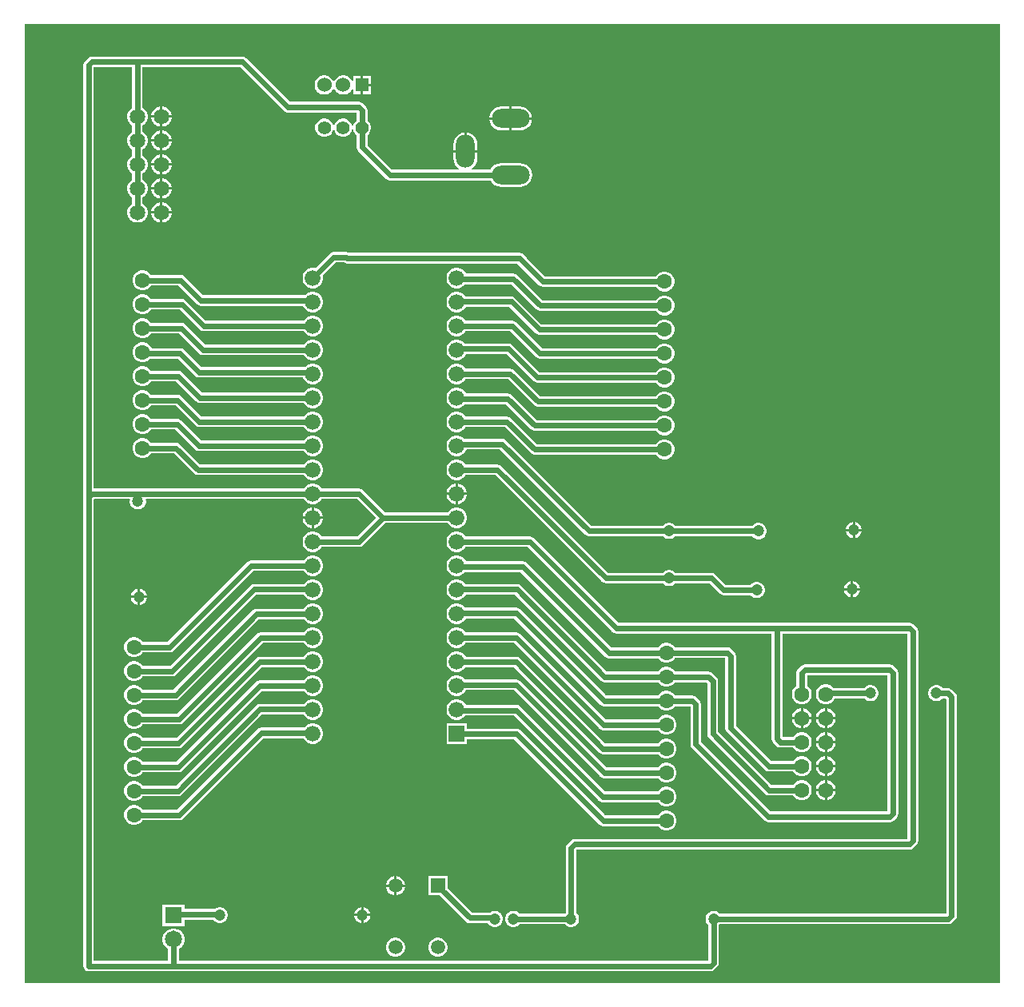
<source format=gbr>
%TF.GenerationSoftware,Altium Limited,Altium Designer,22.8.2 (66)*%
G04 Layer_Physical_Order=2*
G04 Layer_Color=16711680*
%FSLAX45Y45*%
%MOMM*%
%TF.SameCoordinates,FB7AEFDD-F9D1-43F8-8D2B-1616BFC5D0C0*%
%TF.FilePolarity,Positive*%
%TF.FileFunction,Copper,L2,Bot,Signal*%
%TF.Part,Single*%
G01*
G75*
%TA.AperFunction,Conductor*%
%ADD10C,0.60000*%
%TA.AperFunction,ComponentPad*%
%ADD11C,1.20000*%
%ADD12C,1.60000*%
%ADD13O,4.00000X2.00000*%
%ADD14O,2.00000X3.50000*%
%ADD15C,1.67640*%
%ADD16R,1.67640X1.67640*%
%ADD17C,1.52400*%
%ADD18R,1.40000X1.40000*%
%ADD19C,1.40000*%
%ADD20C,1.65000*%
%ADD21C,1.49800*%
%ADD22R,1.49800X1.49800*%
%ADD23C,1.81500*%
%ADD24R,1.81500X1.81500*%
G36*
X16850000Y2530000D02*
X6520000D01*
Y12690000D01*
X16850000D01*
Y2530000D01*
D02*
G37*
%LPC*%
G36*
X8830000Y12346486D02*
X8829999Y12346485D01*
X7235149D01*
X7235147Y12346486D01*
X7213531Y12342186D01*
X7195206Y12329941D01*
X7195206Y12329941D01*
X7160059Y12294794D01*
X7147815Y12276469D01*
X7143515Y12254853D01*
X7143515Y12254852D01*
Y7678990D01*
X7143515Y7678989D01*
X7143515Y7678988D01*
X7143515Y3220000D01*
X7143515Y3219999D01*
Y2709999D01*
X7147815Y2688383D01*
X7160059Y2670058D01*
X7178384Y2657814D01*
X7200000Y2653514D01*
X9320000D01*
X9920000Y2653514D01*
X13784851D01*
X13784853Y2653514D01*
X13806468Y2657814D01*
X13824794Y2670058D01*
X13859940Y2705205D01*
X13859941Y2705206D01*
X13872185Y2723531D01*
X13876485Y2745147D01*
X13876485Y2745148D01*
Y3145712D01*
X13884288Y3153515D01*
X16304852D01*
X16304852Y3153514D01*
X16326469Y3157814D01*
X16344794Y3170059D01*
X16379941Y3205205D01*
X16379941Y3205206D01*
X16392186Y3223531D01*
X16396486Y3245147D01*
X16396484Y3245148D01*
Y5559999D01*
X16396486Y5560000D01*
X16392186Y5581616D01*
X16379941Y5599941D01*
X16379941Y5599942D01*
X16339941Y5639941D01*
X16321616Y5652186D01*
X16300000Y5656486D01*
X16299998Y5656485D01*
X16244289D01*
X16232437Y5668337D01*
X16212962Y5679580D01*
X16191243Y5685400D01*
X16168758D01*
X16147037Y5679580D01*
X16127563Y5668337D01*
X16111662Y5652437D01*
X16100420Y5632963D01*
X16094600Y5611243D01*
Y5588757D01*
X16100420Y5567037D01*
X16111662Y5547563D01*
X16127563Y5531663D01*
X16147037Y5520420D01*
X16168758Y5514600D01*
X16191243D01*
X16212962Y5520420D01*
X16232437Y5531663D01*
X16244289Y5543515D01*
X16276604D01*
X16283514Y5536603D01*
Y3268544D01*
X16281456Y3266485D01*
X13884288D01*
X13872437Y3278337D01*
X13852963Y3289580D01*
X13831242Y3295400D01*
X13808755D01*
X13787036Y3289580D01*
X13767563Y3278337D01*
X13751663Y3262437D01*
X13740421Y3242963D01*
X13734599Y3221243D01*
Y3198757D01*
X13740421Y3177037D01*
X13751663Y3157563D01*
X13763515Y3145712D01*
Y2768544D01*
X13761455Y2766485D01*
X9920000D01*
X9320000Y2766485D01*
X8156485D01*
Y2891494D01*
X8171318Y2900057D01*
X8192943Y2921682D01*
X8208235Y2948168D01*
X8216150Y2977709D01*
Y3008291D01*
X8208235Y3037832D01*
X8192943Y3064318D01*
X8171318Y3085943D01*
X8144832Y3101235D01*
X8115291Y3109150D01*
X8084709D01*
X8055168Y3101235D01*
X8028682Y3085943D01*
X8007057Y3064318D01*
X7991766Y3037832D01*
X7983850Y3008291D01*
Y2977709D01*
X7991766Y2948168D01*
X8007057Y2921682D01*
X8028682Y2900057D01*
X8043515Y2891494D01*
Y2766485D01*
X7256485D01*
Y3248247D01*
X7256485Y3248249D01*
X7256485Y7655592D01*
X7258544Y7657651D01*
X7629906D01*
X7637637Y7647576D01*
X7636503Y7643341D01*
Y7620855D01*
X7642323Y7599135D01*
X7653566Y7579661D01*
X7669466Y7563761D01*
X7688939Y7552518D01*
X7710659Y7546698D01*
X7733146D01*
X7754866Y7552518D01*
X7774339Y7563761D01*
X7790239Y7579661D01*
X7801482Y7599135D01*
X7807302Y7620855D01*
Y7643341D01*
X7806168Y7647576D01*
X7813899Y7657651D01*
X9482417D01*
X9488602Y7646937D01*
X9508937Y7626602D01*
X9533843Y7612223D01*
X9561621Y7604780D01*
X9590379D01*
X9618157Y7612223D01*
X9643063Y7626602D01*
X9663397Y7646937D01*
X9669504Y7657515D01*
X10042603D01*
X10240118Y7460000D01*
X10042603Y7262485D01*
X9669504D01*
X9663397Y7273063D01*
X9643063Y7293398D01*
X9618157Y7307777D01*
X9590379Y7315220D01*
X9561621D01*
X9533843Y7307777D01*
X9508937Y7293398D01*
X9488602Y7273063D01*
X9474223Y7248157D01*
X9466780Y7220379D01*
Y7191621D01*
X9474223Y7163843D01*
X9488602Y7138937D01*
X9508937Y7118602D01*
X9533843Y7104223D01*
X9561621Y7096780D01*
X9590379D01*
X9618157Y7104223D01*
X9643063Y7118602D01*
X9663397Y7138937D01*
X9669504Y7149515D01*
X10065999D01*
X10066000Y7149515D01*
X10087616Y7153814D01*
X10105941Y7166059D01*
X10343397Y7403515D01*
X11006495D01*
X11012602Y7392937D01*
X11032937Y7372602D01*
X11057843Y7358223D01*
X11085621Y7350780D01*
X11114379D01*
X11142157Y7358223D01*
X11167063Y7372602D01*
X11187397Y7392937D01*
X11201777Y7417843D01*
X11209220Y7445621D01*
Y7474379D01*
X11201777Y7502157D01*
X11187397Y7527063D01*
X11167063Y7547398D01*
X11142157Y7561777D01*
X11114379Y7569220D01*
X11085621D01*
X11057843Y7561777D01*
X11032937Y7547398D01*
X11012602Y7527063D01*
X11006495Y7516485D01*
X10343397D01*
X10105941Y7753941D01*
X10087616Y7766186D01*
X10066000Y7770486D01*
X10065999Y7770485D01*
X9669504D01*
X9663397Y7781063D01*
X9643063Y7801398D01*
X9618157Y7815777D01*
X9590379Y7823220D01*
X9561621D01*
X9533843Y7815777D01*
X9508937Y7801398D01*
X9488602Y7781063D01*
X9482574Y7770622D01*
X7256485D01*
Y12231456D01*
X7258544Y12233515D01*
X7659515D01*
Y11801980D01*
X7649748Y11796341D01*
X7629659Y11776252D01*
X7615453Y11751648D01*
X7608100Y11724205D01*
Y11695795D01*
X7615453Y11668352D01*
X7629659Y11643748D01*
X7649748Y11623658D01*
X7659515Y11618019D01*
Y11547980D01*
X7649748Y11542341D01*
X7629659Y11522252D01*
X7615453Y11497648D01*
X7608100Y11470205D01*
Y11441795D01*
X7615453Y11414352D01*
X7629659Y11389748D01*
X7649748Y11369658D01*
X7659515Y11364019D01*
Y11293980D01*
X7649748Y11288341D01*
X7629659Y11268252D01*
X7615453Y11243648D01*
X7608100Y11216205D01*
Y11187795D01*
X7615453Y11160352D01*
X7629659Y11135748D01*
X7649748Y11115658D01*
X7659515Y11110019D01*
Y11039980D01*
X7649748Y11034341D01*
X7629659Y11014252D01*
X7615453Y10989648D01*
X7608100Y10962205D01*
Y10933795D01*
X7615453Y10906352D01*
X7629659Y10881748D01*
X7649748Y10861658D01*
X7659515Y10856019D01*
Y10785980D01*
X7649748Y10780341D01*
X7629659Y10760252D01*
X7615453Y10735648D01*
X7608100Y10708205D01*
Y10679795D01*
X7615453Y10652352D01*
X7629659Y10627748D01*
X7649748Y10607658D01*
X7674352Y10593453D01*
X7701795Y10586100D01*
X7730205D01*
X7757648Y10593453D01*
X7782252Y10607658D01*
X7802342Y10627748D01*
X7816547Y10652352D01*
X7823900Y10679795D01*
Y10708205D01*
X7816547Y10735648D01*
X7802342Y10760252D01*
X7782252Y10780341D01*
X7772485Y10785980D01*
Y10856019D01*
X7782252Y10861658D01*
X7802342Y10881748D01*
X7816547Y10906352D01*
X7823900Y10933795D01*
Y10962205D01*
X7816547Y10989648D01*
X7802342Y11014252D01*
X7782252Y11034341D01*
X7772485Y11039980D01*
Y11110019D01*
X7782252Y11115658D01*
X7802342Y11135748D01*
X7816547Y11160352D01*
X7823900Y11187795D01*
Y11216205D01*
X7816547Y11243648D01*
X7802342Y11268252D01*
X7782252Y11288341D01*
X7772485Y11293980D01*
Y11364019D01*
X7782252Y11369658D01*
X7802342Y11389748D01*
X7816547Y11414352D01*
X7823900Y11441795D01*
Y11470205D01*
X7816547Y11497648D01*
X7802342Y11522252D01*
X7782252Y11542341D01*
X7772485Y11547980D01*
Y11618019D01*
X7782252Y11623658D01*
X7802342Y11643748D01*
X7816547Y11668352D01*
X7823900Y11695795D01*
Y11724205D01*
X7816547Y11751648D01*
X7802342Y11776252D01*
X7782252Y11796341D01*
X7772485Y11801980D01*
Y12233515D01*
X8806603D01*
X9270058Y11770059D01*
X9270059Y11770059D01*
X9288384Y11757814D01*
X9310000Y11753514D01*
X10037655D01*
X10039714Y11751456D01*
Y11669845D01*
X10037622Y11668637D01*
X10019860Y11650875D01*
X10007301Y11629121D01*
X10002773Y11612225D01*
X9989625D01*
X9985098Y11629121D01*
X9972539Y11650875D01*
X9954777Y11668637D01*
X9933023Y11681197D01*
X9908759Y11687698D01*
X9883640D01*
X9859377Y11681197D01*
X9837623Y11668637D01*
X9819861Y11650875D01*
X9807301Y11629121D01*
X9802774Y11612225D01*
X9789626D01*
X9785099Y11629121D01*
X9772539Y11650875D01*
X9754777Y11668637D01*
X9733023Y11681197D01*
X9708760Y11687698D01*
X9683641D01*
X9659377Y11681197D01*
X9637623Y11668637D01*
X9619861Y11650875D01*
X9607302Y11629121D01*
X9600800Y11604858D01*
Y11579739D01*
X9607302Y11555475D01*
X9619861Y11533721D01*
X9637623Y11515959D01*
X9659377Y11503400D01*
X9683641Y11496898D01*
X9708760D01*
X9733023Y11503400D01*
X9754777Y11515959D01*
X9772539Y11533721D01*
X9785099Y11555475D01*
X9789626Y11572371D01*
X9802774D01*
X9807301Y11555475D01*
X9819861Y11533721D01*
X9837623Y11515959D01*
X9859377Y11503400D01*
X9883640Y11496898D01*
X9908759D01*
X9933023Y11503400D01*
X9954777Y11515959D01*
X9972539Y11533721D01*
X9985098Y11555475D01*
X9989625Y11572371D01*
X10002773D01*
X10007301Y11555475D01*
X10019860Y11533721D01*
X10037622Y11515959D01*
X10039714Y11514752D01*
Y11383802D01*
X10039714Y11383801D01*
X10044014Y11362185D01*
X10056258Y11343859D01*
X10350057Y11050061D01*
X10350058Y11050060D01*
X10368383Y11037816D01*
X10389999Y11033516D01*
X10390000Y11033516D01*
X11457665D01*
X11460463Y11026760D01*
X11480564Y11000565D01*
X11506759Y10980464D01*
X11537264Y10967829D01*
X11570000Y10963519D01*
X11770000D01*
X11802736Y10967829D01*
X11833241Y10980464D01*
X11859436Y11000565D01*
X11879537Y11026760D01*
X11892172Y11057265D01*
X11896482Y11090001D01*
X11892172Y11122737D01*
X11879537Y11153242D01*
X11859436Y11179438D01*
X11833241Y11199538D01*
X11802736Y11212173D01*
X11770000Y11216483D01*
X11570000D01*
X11537264Y11212173D01*
X11506759Y11199538D01*
X11480564Y11179438D01*
X11460463Y11153242D01*
X11457665Y11146486D01*
X11262407D01*
X11258097Y11159186D01*
X11279437Y11175562D01*
X11299538Y11201757D01*
X11312173Y11232262D01*
X11316483Y11264998D01*
Y11327298D01*
X11063519D01*
Y11264998D01*
X11067829Y11232262D01*
X11080464Y11201757D01*
X11100565Y11175562D01*
X11121905Y11159186D01*
X11117594Y11146486D01*
X10413396D01*
X10152685Y11407198D01*
Y11514752D01*
X10154776Y11515959D01*
X10172538Y11533721D01*
X10185098Y11555475D01*
X10191599Y11579739D01*
Y11604858D01*
X10185098Y11629121D01*
X10172538Y11650875D01*
X10154776Y11668637D01*
X10152685Y11669845D01*
Y11774851D01*
X10152685Y11774852D01*
X10148385Y11796468D01*
X10136141Y11814794D01*
X10136140Y11814794D01*
X10100993Y11849941D01*
X10082668Y11862185D01*
X10061052Y11866485D01*
X10061051Y11866485D01*
X9333397D01*
X8869941Y12329941D01*
X8851616Y12342186D01*
X8830000Y12346486D01*
D02*
G37*
G36*
X9909576Y12143900D02*
X9882824D01*
X9856984Y12136976D01*
X9833816Y12123600D01*
X9814899Y12104684D01*
X9803232Y12084474D01*
X9797870Y12083191D01*
X9794530D01*
X9789168Y12084474D01*
X9777500Y12104684D01*
X9758584Y12123600D01*
X9735416Y12136976D01*
X9709576Y12143900D01*
X9682824D01*
X9656984Y12136976D01*
X9633816Y12123600D01*
X9614900Y12104684D01*
X9601524Y12081516D01*
X9594600Y12055676D01*
Y12028924D01*
X9601524Y12003084D01*
X9614900Y11979916D01*
X9633816Y11960999D01*
X9656984Y11947624D01*
X9682824Y11940700D01*
X9709576D01*
X9735416Y11947624D01*
X9758584Y11960999D01*
X9777500Y11979916D01*
X9789168Y12000125D01*
X9794530Y12001409D01*
X9797870D01*
X9803232Y12000125D01*
X9814899Y11979916D01*
X9833816Y11960999D01*
X9856984Y11947624D01*
X9882824Y11940700D01*
X9909576D01*
X9935416Y11947624D01*
X9958584Y11960999D01*
X9977500Y11979916D01*
X9988099Y11998274D01*
X10000799Y11994872D01*
Y11946900D01*
X10083499D01*
Y12042299D01*
Y12137700D01*
X10000799D01*
Y12089728D01*
X9988099Y12086325D01*
X9977500Y12104684D01*
X9958584Y12123600D01*
X9935416Y12136976D01*
X9909576Y12143900D01*
D02*
G37*
G36*
X10191599Y12137700D02*
X10108899D01*
Y12054999D01*
X10191599D01*
Y12137700D01*
D02*
G37*
G36*
Y12029599D02*
X10108899D01*
Y11946900D01*
X10191599D01*
Y12029599D01*
D02*
G37*
G36*
X7984205Y11817900D02*
X7982700D01*
Y11722699D01*
X8077900D01*
Y11724205D01*
X8070547Y11751648D01*
X8056342Y11776252D01*
X8036252Y11796341D01*
X8011648Y11810547D01*
X7984205Y11817900D01*
D02*
G37*
G36*
X7957300D02*
X7955795D01*
X7928352Y11810547D01*
X7903748Y11796341D01*
X7883659Y11776252D01*
X7869453Y11751648D01*
X7862100Y11724205D01*
Y11722699D01*
X7957300D01*
Y11817900D01*
D02*
G37*
G36*
X11770000Y11816482D02*
X11682700D01*
Y11702701D01*
X11894810D01*
X11892172Y11722736D01*
X11879537Y11753241D01*
X11859436Y11779436D01*
X11833241Y11799537D01*
X11802736Y11812172D01*
X11770000Y11816482D01*
D02*
G37*
G36*
X11657300D02*
X11570000D01*
X11537264Y11812172D01*
X11506759Y11799537D01*
X11480564Y11779436D01*
X11460463Y11753241D01*
X11447828Y11722736D01*
X11445190Y11702701D01*
X11657300D01*
Y11816482D01*
D02*
G37*
G36*
X8077900Y11697299D02*
X7982700D01*
Y11602100D01*
X7984205D01*
X8011648Y11609453D01*
X8036252Y11623658D01*
X8056342Y11643748D01*
X8070547Y11668352D01*
X8077900Y11695795D01*
Y11697299D01*
D02*
G37*
G36*
X7957300D02*
X7862100D01*
Y11695795D01*
X7869453Y11668352D01*
X7883659Y11643748D01*
X7903748Y11623658D01*
X7928352Y11609453D01*
X7955795Y11602100D01*
X7957300D01*
Y11697299D01*
D02*
G37*
G36*
X11894810Y11677301D02*
X11682700D01*
Y11563518D01*
X11770000D01*
X11802736Y11567828D01*
X11833241Y11580463D01*
X11859436Y11600564D01*
X11879537Y11626759D01*
X11892172Y11657264D01*
X11894810Y11677301D01*
D02*
G37*
G36*
X11657300D02*
X11445190D01*
X11447828Y11657264D01*
X11460463Y11626759D01*
X11480564Y11600564D01*
X11506759Y11580463D01*
X11537264Y11567828D01*
X11570000Y11563518D01*
X11657300D01*
Y11677301D01*
D02*
G37*
G36*
X7984205Y11563900D02*
X7982700D01*
Y11468699D01*
X8077900D01*
Y11470205D01*
X8070547Y11497648D01*
X8056342Y11522252D01*
X8036252Y11542341D01*
X8011648Y11556547D01*
X7984205Y11563900D01*
D02*
G37*
G36*
X7957300D02*
X7955795D01*
X7928352Y11556547D01*
X7903748Y11542341D01*
X7883659Y11522252D01*
X7869453Y11497648D01*
X7862100Y11470205D01*
Y11468699D01*
X7957300D01*
Y11563900D01*
D02*
G37*
G36*
X11202701Y11539808D02*
Y11352698D01*
X11316483D01*
Y11414998D01*
X11312173Y11447734D01*
X11299538Y11478239D01*
X11279437Y11504434D01*
X11253242Y11524535D01*
X11222737Y11537170D01*
X11202701Y11539808D01*
D02*
G37*
G36*
X11177301D02*
X11157265Y11537170D01*
X11126760Y11524535D01*
X11100565Y11504434D01*
X11080464Y11478239D01*
X11067829Y11447734D01*
X11063519Y11414998D01*
Y11352698D01*
X11177301D01*
Y11539808D01*
D02*
G37*
G36*
X8077900Y11443299D02*
X7982700D01*
Y11348100D01*
X7984205D01*
X8011648Y11355453D01*
X8036252Y11369658D01*
X8056342Y11389748D01*
X8070547Y11414352D01*
X8077900Y11441795D01*
Y11443299D01*
D02*
G37*
G36*
X7957300D02*
X7862100D01*
Y11441795D01*
X7869453Y11414352D01*
X7883659Y11389748D01*
X7903748Y11369658D01*
X7928352Y11355453D01*
X7955795Y11348100D01*
X7957300D01*
Y11443299D01*
D02*
G37*
G36*
X7984205Y11309900D02*
X7982700D01*
Y11214699D01*
X8077900D01*
Y11216205D01*
X8070547Y11243648D01*
X8056342Y11268252D01*
X8036252Y11288341D01*
X8011648Y11302547D01*
X7984205Y11309900D01*
D02*
G37*
G36*
X7957300D02*
X7955795D01*
X7928352Y11302547D01*
X7903748Y11288341D01*
X7883659Y11268252D01*
X7869453Y11243648D01*
X7862100Y11216205D01*
Y11214699D01*
X7957300D01*
Y11309900D01*
D02*
G37*
G36*
X8077900Y11189299D02*
X7982700D01*
Y11094100D01*
X7984205D01*
X8011648Y11101453D01*
X8036252Y11115658D01*
X8056342Y11135748D01*
X8070547Y11160352D01*
X8077900Y11187795D01*
Y11189299D01*
D02*
G37*
G36*
X7957300D02*
X7862100D01*
Y11187795D01*
X7869453Y11160352D01*
X7883659Y11135748D01*
X7903748Y11115658D01*
X7928352Y11101453D01*
X7955795Y11094100D01*
X7957300D01*
Y11189299D01*
D02*
G37*
G36*
X7984205Y11055900D02*
X7982700D01*
Y10960699D01*
X8077900D01*
Y10962205D01*
X8070547Y10989648D01*
X8056342Y11014252D01*
X8036252Y11034341D01*
X8011648Y11048547D01*
X7984205Y11055900D01*
D02*
G37*
G36*
X7957300D02*
X7955795D01*
X7928352Y11048547D01*
X7903748Y11034341D01*
X7883659Y11014252D01*
X7869453Y10989648D01*
X7862100Y10962205D01*
Y10960699D01*
X7957300D01*
Y11055900D01*
D02*
G37*
G36*
X8077900Y10935299D02*
X7982700D01*
Y10840100D01*
X7984205D01*
X8011648Y10847453D01*
X8036252Y10861658D01*
X8056342Y10881748D01*
X8070547Y10906352D01*
X8077900Y10933795D01*
Y10935299D01*
D02*
G37*
G36*
X7957300D02*
X7862100D01*
Y10933795D01*
X7869453Y10906352D01*
X7883659Y10881748D01*
X7903748Y10861658D01*
X7928352Y10847453D01*
X7955795Y10840100D01*
X7957300D01*
Y10935299D01*
D02*
G37*
G36*
X7984205Y10801900D02*
X7982700D01*
Y10706699D01*
X8077900D01*
Y10708205D01*
X8070547Y10735648D01*
X8056342Y10760252D01*
X8036252Y10780341D01*
X8011648Y10794547D01*
X7984205Y10801900D01*
D02*
G37*
G36*
X7957300D02*
X7955795D01*
X7928352Y10794547D01*
X7903748Y10780341D01*
X7883659Y10760252D01*
X7869453Y10735648D01*
X7862100Y10708205D01*
Y10706699D01*
X7957300D01*
Y10801900D01*
D02*
G37*
G36*
X8077900Y10681299D02*
X7982700D01*
Y10586100D01*
X7984205D01*
X8011648Y10593453D01*
X8036252Y10607658D01*
X8056342Y10627748D01*
X8070547Y10652352D01*
X8077900Y10679795D01*
Y10681299D01*
D02*
G37*
G36*
X7957300D02*
X7862100D01*
Y10679795D01*
X7869453Y10652352D01*
X7883659Y10627748D01*
X7903748Y10607658D01*
X7928352Y10593453D01*
X7955795Y10586100D01*
X7957300D01*
Y10681299D01*
D02*
G37*
G36*
X9930000Y10276485D02*
X9929999Y10276485D01*
X9796000D01*
X9774384Y10272185D01*
X9756058Y10259941D01*
X9756058Y10259940D01*
X9602176Y10106059D01*
X9590379Y10109220D01*
X9561621D01*
X9533843Y10101777D01*
X9508937Y10087398D01*
X9488602Y10067063D01*
X9474223Y10042157D01*
X9466780Y10014379D01*
Y9985621D01*
X9474223Y9957843D01*
X9488602Y9932937D01*
X9508937Y9912602D01*
X9533843Y9898223D01*
X9561621Y9890780D01*
X9590379D01*
X9618157Y9898223D01*
X9643063Y9912602D01*
X9663397Y9932937D01*
X9677777Y9957843D01*
X9685220Y9985621D01*
Y10014379D01*
X9682059Y10026177D01*
X9819397Y10163515D01*
X9909853D01*
X9918384Y10157814D01*
X9940000Y10153514D01*
X9940001Y10153515D01*
X11741456D01*
X11758341Y10136629D01*
X11760059Y10134058D01*
X11972058Y9922059D01*
X11972059Y9922059D01*
X11990384Y9909814D01*
X12012000Y9905515D01*
X13210907D01*
X13215659Y9897283D01*
X13235283Y9877659D01*
X13259317Y9863783D01*
X13286124Y9856600D01*
X13313876D01*
X13340683Y9863783D01*
X13364717Y9877659D01*
X13384341Y9897283D01*
X13398216Y9921317D01*
X13405400Y9948124D01*
Y9975876D01*
X13398216Y10002683D01*
X13384341Y10026717D01*
X13364717Y10046341D01*
X13340683Y10060217D01*
X13313876Y10067400D01*
X13286124D01*
X13259317Y10060217D01*
X13235283Y10046341D01*
X13215659Y10026717D01*
X13210907Y10018485D01*
X12035397D01*
X11841659Y10212224D01*
X11839941Y10214794D01*
X11839941Y10214794D01*
X11804794Y10249941D01*
X11786469Y10262185D01*
X11764853Y10266485D01*
X11764852Y10266485D01*
X9960147D01*
X9951616Y10272185D01*
X9930000Y10276485D01*
D02*
G37*
G36*
X7783876Y10081400D02*
X7756124D01*
X7729317Y10074217D01*
X7705283Y10060341D01*
X7685659Y10040717D01*
X7671783Y10016683D01*
X7664600Y9989876D01*
Y9962124D01*
X7671783Y9935317D01*
X7685659Y9911283D01*
X7705283Y9891659D01*
X7729317Y9877783D01*
X7756124Y9870600D01*
X7783876D01*
X7810683Y9877783D01*
X7834717Y9891659D01*
X7854341Y9911283D01*
X7859094Y9919515D01*
X8150603D01*
X8350058Y9720060D01*
X8350059Y9720059D01*
X8368384Y9707814D01*
X8390000Y9703515D01*
X8390001Y9703515D01*
X9474412D01*
X9488602Y9678937D01*
X9508937Y9658602D01*
X9533843Y9644223D01*
X9561621Y9636780D01*
X9590379D01*
X9618157Y9644223D01*
X9643063Y9658602D01*
X9663397Y9678937D01*
X9677777Y9703843D01*
X9685220Y9731621D01*
Y9760379D01*
X9677777Y9788157D01*
X9663397Y9813063D01*
X9643063Y9833398D01*
X9618157Y9847777D01*
X9590379Y9855220D01*
X9561621D01*
X9533843Y9847777D01*
X9508937Y9833398D01*
X9492025Y9816485D01*
X8413397D01*
X8213941Y10015941D01*
X8195616Y10028186D01*
X8174000Y10032486D01*
X8173999Y10032485D01*
X7859094D01*
X7854341Y10040717D01*
X7834717Y10060341D01*
X7810683Y10074217D01*
X7783876Y10081400D01*
D02*
G37*
G36*
X11114379Y10109220D02*
X11085621D01*
X11057843Y10101777D01*
X11032937Y10087398D01*
X11012602Y10067063D01*
X10998223Y10042157D01*
X10990780Y10014379D01*
Y9985621D01*
X10998223Y9957843D01*
X11012602Y9932937D01*
X11032937Y9912602D01*
X11057843Y9898223D01*
X11085621Y9890780D01*
X11114379D01*
X11142157Y9898223D01*
X11167063Y9912602D01*
X11187397Y9932937D01*
X11187731Y9933515D01*
X11676603D01*
X11942058Y9668059D01*
X11942059Y9668059D01*
X11960384Y9655814D01*
X11982000Y9651514D01*
X11982001Y9651515D01*
X13210907D01*
X13215659Y9643283D01*
X13235283Y9623659D01*
X13259317Y9609783D01*
X13286124Y9602600D01*
X13313876D01*
X13340683Y9609783D01*
X13364717Y9623659D01*
X13384341Y9643283D01*
X13398216Y9667317D01*
X13405400Y9694124D01*
Y9721876D01*
X13398216Y9748683D01*
X13384341Y9772717D01*
X13364717Y9792341D01*
X13340683Y9806217D01*
X13313876Y9813400D01*
X13286124D01*
X13259317Y9806217D01*
X13235283Y9792341D01*
X13215659Y9772717D01*
X13210907Y9764485D01*
X12005397D01*
X11739941Y10029941D01*
X11721616Y10042186D01*
X11700000Y10046486D01*
X11699998Y10046485D01*
X11199278D01*
X11187397Y10067063D01*
X11167063Y10087398D01*
X11142157Y10101777D01*
X11114379Y10109220D01*
D02*
G37*
G36*
X7783876Y9827400D02*
X7756124D01*
X7729317Y9820217D01*
X7705283Y9806341D01*
X7685659Y9786717D01*
X7671783Y9762683D01*
X7664600Y9735876D01*
Y9708124D01*
X7671783Y9681317D01*
X7685659Y9657283D01*
X7705283Y9637659D01*
X7729317Y9623783D01*
X7756124Y9616600D01*
X7783876D01*
X7810683Y9623783D01*
X7834717Y9637659D01*
X7854341Y9657283D01*
X7859094Y9665515D01*
X8164603D01*
X8378058Y9452060D01*
X8378059Y9452059D01*
X8396384Y9439814D01*
X8418000Y9435515D01*
X9482495D01*
X9488602Y9424937D01*
X9508937Y9404602D01*
X9533843Y9390223D01*
X9561621Y9382780D01*
X9590379D01*
X9618157Y9390223D01*
X9643063Y9404602D01*
X9663397Y9424937D01*
X9677777Y9449843D01*
X9685220Y9477621D01*
Y9506379D01*
X9677777Y9534157D01*
X9663397Y9559063D01*
X9643063Y9579398D01*
X9618157Y9593777D01*
X9590379Y9601220D01*
X9561621D01*
X9533843Y9593777D01*
X9508937Y9579398D01*
X9488602Y9559063D01*
X9482495Y9548485D01*
X8441397D01*
X8227941Y9761941D01*
X8209616Y9774186D01*
X8188000Y9778486D01*
X8187999Y9778485D01*
X7859094D01*
X7854341Y9786717D01*
X7834717Y9806341D01*
X7810683Y9820217D01*
X7783876Y9827400D01*
D02*
G37*
G36*
X11114379Y9855220D02*
X11085621D01*
X11057843Y9847777D01*
X11032937Y9833398D01*
X11012602Y9813063D01*
X10998223Y9788157D01*
X10990780Y9760379D01*
Y9731621D01*
X10998223Y9703843D01*
X11012602Y9678937D01*
X11032937Y9658602D01*
X11057843Y9644223D01*
X11085621Y9636780D01*
X11114379D01*
X11142157Y9644223D01*
X11167063Y9658602D01*
X11187397Y9678937D01*
X11195814Y9693515D01*
X11654603D01*
X11934058Y9414059D01*
X11934059Y9414059D01*
X11952384Y9401814D01*
X11974000Y9397514D01*
X11974001Y9397515D01*
X13210907D01*
X13215659Y9389283D01*
X13235283Y9369659D01*
X13259317Y9355783D01*
X13286124Y9348600D01*
X13313876D01*
X13340683Y9355783D01*
X13364717Y9369659D01*
X13384341Y9389283D01*
X13398216Y9413317D01*
X13405400Y9440124D01*
Y9467876D01*
X13398216Y9494683D01*
X13384341Y9518717D01*
X13364717Y9538341D01*
X13340683Y9552217D01*
X13313876Y9559400D01*
X13286124D01*
X13259317Y9552217D01*
X13235283Y9538341D01*
X13215659Y9518717D01*
X13210907Y9510485D01*
X11997397D01*
X11717941Y9789941D01*
X11699616Y9802186D01*
X11678000Y9806486D01*
X11677998Y9806485D01*
X11191195D01*
X11187397Y9813063D01*
X11167063Y9833398D01*
X11142157Y9847777D01*
X11114379Y9855220D01*
D02*
G37*
G36*
X7783876Y9573400D02*
X7756124D01*
X7729317Y9566217D01*
X7705283Y9552341D01*
X7685659Y9532717D01*
X7671783Y9508683D01*
X7664600Y9481876D01*
Y9454124D01*
X7671783Y9427317D01*
X7685659Y9403283D01*
X7705283Y9383659D01*
X7729317Y9369783D01*
X7756124Y9362600D01*
X7783876D01*
X7810683Y9369783D01*
X7834717Y9383659D01*
X7854341Y9403283D01*
X7859094Y9411515D01*
X8158603D01*
X8372058Y9198060D01*
X8372059Y9198059D01*
X8390384Y9185814D01*
X8412000Y9181515D01*
X9482495D01*
X9488602Y9170937D01*
X9508937Y9150602D01*
X9533843Y9136223D01*
X9561621Y9128780D01*
X9590379D01*
X9618157Y9136223D01*
X9643063Y9150602D01*
X9663397Y9170937D01*
X9677777Y9195843D01*
X9685220Y9223621D01*
Y9252379D01*
X9677777Y9280157D01*
X9663397Y9305063D01*
X9643063Y9325398D01*
X9618157Y9339777D01*
X9590379Y9347220D01*
X9561621D01*
X9533843Y9339777D01*
X9508937Y9325398D01*
X9488602Y9305063D01*
X9482495Y9294485D01*
X8435397D01*
X8221941Y9507941D01*
X8203616Y9520186D01*
X8182000Y9524486D01*
X8181999Y9524485D01*
X7859094D01*
X7854341Y9532717D01*
X7834717Y9552341D01*
X7810683Y9566217D01*
X7783876Y9573400D01*
D02*
G37*
G36*
X11114379Y9601220D02*
X11085621D01*
X11057843Y9593777D01*
X11032937Y9579398D01*
X11012602Y9559063D01*
X10998223Y9534157D01*
X10990780Y9506379D01*
Y9477621D01*
X10998223Y9449843D01*
X11012602Y9424937D01*
X11032937Y9404602D01*
X11057843Y9390223D01*
X11085621Y9382780D01*
X11114379D01*
X11142157Y9390223D01*
X11167063Y9404602D01*
X11187397Y9424937D01*
X11193504Y9435515D01*
X11664603D01*
X11940058Y9160059D01*
X11940059Y9160059D01*
X11958384Y9147814D01*
X11980000Y9143514D01*
X11980001Y9143515D01*
X13210907D01*
X13215659Y9135283D01*
X13235283Y9115659D01*
X13259317Y9101783D01*
X13286124Y9094600D01*
X13313876D01*
X13340683Y9101783D01*
X13364717Y9115659D01*
X13384341Y9135283D01*
X13398216Y9159317D01*
X13405400Y9186124D01*
Y9213876D01*
X13398216Y9240683D01*
X13384341Y9264717D01*
X13364717Y9284341D01*
X13340683Y9298217D01*
X13313876Y9305400D01*
X13286124D01*
X13259317Y9298217D01*
X13235283Y9284341D01*
X13215659Y9264717D01*
X13210907Y9256485D01*
X12003397D01*
X11727941Y9531941D01*
X11709616Y9544186D01*
X11688000Y9548486D01*
X11687998Y9548485D01*
X11193504D01*
X11187397Y9559063D01*
X11167063Y9579398D01*
X11142157Y9593777D01*
X11114379Y9601220D01*
D02*
G37*
G36*
X7783876Y9319400D02*
X7756124D01*
X7729317Y9312217D01*
X7705283Y9298341D01*
X7685659Y9278717D01*
X7671783Y9254683D01*
X7664600Y9227876D01*
Y9200124D01*
X7671783Y9173317D01*
X7685659Y9149283D01*
X7705283Y9129659D01*
X7729317Y9115783D01*
X7756124Y9108600D01*
X7783876D01*
X7810683Y9115783D01*
X7834717Y9129659D01*
X7848573Y9143515D01*
X8146603D01*
X8330058Y8960060D01*
X8330059Y8960059D01*
X8348384Y8947814D01*
X8370000Y8943514D01*
X8370001Y8943515D01*
X9473775D01*
X9474223Y8941843D01*
X9488602Y8916937D01*
X9508937Y8896602D01*
X9533843Y8882223D01*
X9561621Y8874780D01*
X9590379D01*
X9618157Y8882223D01*
X9643063Y8896602D01*
X9663397Y8916937D01*
X9677777Y8941843D01*
X9685220Y8969621D01*
Y8998379D01*
X9677777Y9026157D01*
X9663397Y9051063D01*
X9643063Y9071398D01*
X9618157Y9085777D01*
X9590379Y9093220D01*
X9561621D01*
X9533843Y9085777D01*
X9508937Y9071398D01*
X9494025Y9056485D01*
X8393397D01*
X8209941Y9239941D01*
X8191616Y9252185D01*
X8170000Y9256485D01*
X8169999Y9256485D01*
X7867177D01*
X7854341Y9278717D01*
X7834717Y9298341D01*
X7810683Y9312217D01*
X7783876Y9319400D01*
D02*
G37*
G36*
X11114379Y9347220D02*
X11085621D01*
X11057843Y9339777D01*
X11032937Y9325398D01*
X11012602Y9305063D01*
X10998223Y9280157D01*
X10990780Y9252379D01*
Y9223621D01*
X10998223Y9195843D01*
X11012602Y9170937D01*
X11032937Y9150602D01*
X11057843Y9136223D01*
X11085621Y9128780D01*
X11114379D01*
X11142157Y9136223D01*
X11167063Y9150602D01*
X11187397Y9170937D01*
X11200433Y9193515D01*
X11626603D01*
X11914058Y8906059D01*
X11914059Y8906059D01*
X11932384Y8893814D01*
X11954000Y8889514D01*
X11954001Y8889515D01*
X13210907D01*
X13215659Y8881283D01*
X13235283Y8861659D01*
X13259317Y8847783D01*
X13286124Y8840600D01*
X13313876D01*
X13340683Y8847783D01*
X13364717Y8861659D01*
X13384341Y8881283D01*
X13398216Y8905317D01*
X13405400Y8932124D01*
Y8959876D01*
X13398216Y8986683D01*
X13384341Y9010717D01*
X13364717Y9030341D01*
X13340683Y9044217D01*
X13313876Y9051400D01*
X13286124D01*
X13259317Y9044217D01*
X13235283Y9030341D01*
X13215659Y9010717D01*
X13210907Y9002485D01*
X11977397D01*
X11689941Y9289941D01*
X11671616Y9302186D01*
X11650000Y9306486D01*
X11649999Y9306485D01*
X11185975D01*
X11167063Y9325398D01*
X11142157Y9339777D01*
X11114379Y9347220D01*
D02*
G37*
G36*
X7783876Y9065400D02*
X7756124D01*
X7729317Y9058217D01*
X7705283Y9044341D01*
X7685659Y9024717D01*
X7671783Y9000683D01*
X7664600Y8973876D01*
Y8946124D01*
X7671783Y8919317D01*
X7685659Y8895283D01*
X7705283Y8875659D01*
X7729317Y8861783D01*
X7756124Y8854600D01*
X7783876D01*
X7810683Y8861783D01*
X7834717Y8875659D01*
X7854341Y8895283D01*
X7859094Y8903515D01*
X8126603D01*
X8340058Y8690060D01*
X8340059Y8690059D01*
X8358384Y8677814D01*
X8380000Y8673515D01*
X9482495D01*
X9488602Y8662937D01*
X9508937Y8642602D01*
X9533843Y8628223D01*
X9561621Y8620780D01*
X9590379D01*
X9618157Y8628223D01*
X9643063Y8642602D01*
X9663397Y8662937D01*
X9677777Y8687843D01*
X9685220Y8715621D01*
Y8744379D01*
X9677777Y8772157D01*
X9663397Y8797063D01*
X9643063Y8817398D01*
X9618157Y8831777D01*
X9590379Y8839220D01*
X9561621D01*
X9533843Y8831777D01*
X9508937Y8817398D01*
X9488602Y8797063D01*
X9482495Y8786485D01*
X8403397D01*
X8189941Y8999941D01*
X8171616Y9012186D01*
X8150000Y9016486D01*
X8149999Y9016485D01*
X7859094D01*
X7854341Y9024717D01*
X7834717Y9044341D01*
X7810683Y9058217D01*
X7783876Y9065400D01*
D02*
G37*
G36*
X11114379Y9093220D02*
X11085621D01*
X11057843Y9085777D01*
X11032937Y9071398D01*
X11012602Y9051063D01*
X10998223Y9026157D01*
X10990780Y8998379D01*
Y8969621D01*
X10998223Y8941843D01*
X11012602Y8916937D01*
X11032937Y8896602D01*
X11057843Y8882223D01*
X11085621Y8874780D01*
X11114379D01*
X11142157Y8882223D01*
X11167063Y8896602D01*
X11187397Y8916937D01*
X11193504Y8927515D01*
X11642603D01*
X11918058Y8652059D01*
X11918059Y8652059D01*
X11936384Y8639814D01*
X11958000Y8635514D01*
X11958001Y8635515D01*
X13210907D01*
X13215659Y8627283D01*
X13235283Y8607659D01*
X13259317Y8593783D01*
X13286124Y8586600D01*
X13313876D01*
X13340683Y8593783D01*
X13364717Y8607659D01*
X13384341Y8627283D01*
X13398216Y8651317D01*
X13405400Y8678124D01*
Y8705876D01*
X13398216Y8732683D01*
X13384341Y8756717D01*
X13364717Y8776341D01*
X13340683Y8790217D01*
X13313876Y8797400D01*
X13286124D01*
X13259317Y8790217D01*
X13235283Y8776341D01*
X13215659Y8756717D01*
X13210907Y8748485D01*
X11981397D01*
X11705941Y9023941D01*
X11687616Y9036186D01*
X11666000Y9040486D01*
X11665999Y9040485D01*
X11193504D01*
X11187397Y9051063D01*
X11167063Y9071398D01*
X11142157Y9085777D01*
X11114379Y9093220D01*
D02*
G37*
G36*
X7783876Y8811400D02*
X7756124D01*
X7729317Y8804217D01*
X7705283Y8790341D01*
X7685659Y8770717D01*
X7671783Y8746683D01*
X7664600Y8719876D01*
Y8692124D01*
X7671783Y8665317D01*
X7685659Y8641283D01*
X7705283Y8621659D01*
X7729317Y8607783D01*
X7756124Y8600600D01*
X7783876D01*
X7810683Y8607783D01*
X7834717Y8621659D01*
X7854341Y8641283D01*
X7859094Y8649515D01*
X8120603D01*
X8334058Y8436060D01*
X8334059Y8436059D01*
X8352384Y8423814D01*
X8374000Y8419515D01*
X9482495D01*
X9488602Y8408937D01*
X9508937Y8388602D01*
X9533843Y8374223D01*
X9561621Y8366780D01*
X9590379D01*
X9618157Y8374223D01*
X9643063Y8388602D01*
X9663397Y8408937D01*
X9677777Y8433843D01*
X9685220Y8461621D01*
Y8490379D01*
X9677777Y8518157D01*
X9663397Y8543063D01*
X9643063Y8563398D01*
X9618157Y8577777D01*
X9590379Y8585220D01*
X9561621D01*
X9533843Y8577777D01*
X9508937Y8563398D01*
X9488602Y8543063D01*
X9482495Y8532485D01*
X8397397D01*
X8183941Y8745941D01*
X8165616Y8758186D01*
X8144000Y8762486D01*
X8143999Y8762485D01*
X7859094D01*
X7854341Y8770717D01*
X7834717Y8790341D01*
X7810683Y8804217D01*
X7783876Y8811400D01*
D02*
G37*
G36*
X11114379Y8839220D02*
X11085621D01*
X11057843Y8831777D01*
X11032937Y8817398D01*
X11012602Y8797063D01*
X10998223Y8772157D01*
X10990780Y8744379D01*
Y8715621D01*
X10998223Y8687843D01*
X11012602Y8662937D01*
X11032937Y8642602D01*
X11057843Y8628223D01*
X11085621Y8620780D01*
X11114379D01*
X11142157Y8628223D01*
X11167063Y8642602D01*
X11187397Y8662937D01*
X11187731Y8663515D01*
X11616603D01*
X11882059Y8398059D01*
X11882059Y8398059D01*
X11900384Y8385814D01*
X11922000Y8381514D01*
X11922002Y8381515D01*
X13210907D01*
X13215659Y8373283D01*
X13235283Y8353659D01*
X13259317Y8339783D01*
X13286124Y8332600D01*
X13313876D01*
X13340683Y8339783D01*
X13364717Y8353659D01*
X13384341Y8373283D01*
X13398216Y8397317D01*
X13405400Y8424124D01*
Y8451876D01*
X13398216Y8478683D01*
X13384341Y8502717D01*
X13364717Y8522341D01*
X13340683Y8536217D01*
X13313876Y8543400D01*
X13286124D01*
X13259317Y8536217D01*
X13235283Y8522341D01*
X13215659Y8502717D01*
X13210907Y8494485D01*
X11945397D01*
X11679941Y8759941D01*
X11661616Y8772186D01*
X11640000Y8776486D01*
X11639999Y8776485D01*
X11199278D01*
X11187397Y8797063D01*
X11167063Y8817398D01*
X11142157Y8831777D01*
X11114379Y8839220D01*
D02*
G37*
G36*
X7783876Y8557400D02*
X7756124D01*
X7729317Y8550217D01*
X7705283Y8536341D01*
X7685659Y8516717D01*
X7671783Y8492683D01*
X7664600Y8465876D01*
Y8438124D01*
X7671783Y8411317D01*
X7685659Y8387283D01*
X7705283Y8367659D01*
X7729317Y8353783D01*
X7756124Y8346600D01*
X7783876D01*
X7810683Y8353783D01*
X7834717Y8367659D01*
X7854341Y8387283D01*
X7859094Y8395515D01*
X8114603D01*
X8328058Y8182060D01*
X8328059Y8182059D01*
X8346384Y8169814D01*
X8368000Y8165515D01*
X9482495D01*
X9488602Y8154937D01*
X9508937Y8134602D01*
X9533843Y8120223D01*
X9561621Y8112780D01*
X9590379D01*
X9618157Y8120223D01*
X9643063Y8134602D01*
X9663397Y8154937D01*
X9677777Y8179843D01*
X9685220Y8207621D01*
Y8236379D01*
X9677777Y8264157D01*
X9663397Y8289063D01*
X9643063Y8309398D01*
X9618157Y8323777D01*
X9590379Y8331220D01*
X9561621D01*
X9533843Y8323777D01*
X9508937Y8309398D01*
X9488602Y8289063D01*
X9482495Y8278485D01*
X8391397D01*
X8177941Y8491941D01*
X8159616Y8504186D01*
X8138000Y8508486D01*
X8137999Y8508485D01*
X7859094D01*
X7854341Y8516717D01*
X7834717Y8536341D01*
X7810683Y8550217D01*
X7783876Y8557400D01*
D02*
G37*
G36*
X11114379Y8585220D02*
X11085621D01*
X11057843Y8577777D01*
X11032937Y8563398D01*
X11012602Y8543063D01*
X10998223Y8518157D01*
X10990780Y8490379D01*
Y8461621D01*
X10998223Y8433843D01*
X11012602Y8408937D01*
X11032937Y8388602D01*
X11057843Y8374223D01*
X11085621Y8366780D01*
X11114379D01*
X11142157Y8374223D01*
X11167063Y8388602D01*
X11187397Y8408937D01*
X11193504Y8419515D01*
X11608603D01*
X11884058Y8144059D01*
X11884059Y8144059D01*
X11902384Y8131814D01*
X11924000Y8127514D01*
X11924001Y8127515D01*
X13210907D01*
X13215659Y8119283D01*
X13235283Y8099659D01*
X13259317Y8085783D01*
X13286124Y8078600D01*
X13313876D01*
X13340683Y8085783D01*
X13364717Y8099659D01*
X13384341Y8119283D01*
X13398216Y8143317D01*
X13405400Y8170124D01*
Y8197876D01*
X13398216Y8224683D01*
X13384341Y8248717D01*
X13364717Y8268341D01*
X13340683Y8282217D01*
X13313876Y8289400D01*
X13286124D01*
X13259317Y8282217D01*
X13235283Y8268341D01*
X13215659Y8248717D01*
X13210907Y8240485D01*
X11947397D01*
X11671941Y8515941D01*
X11653616Y8528186D01*
X11632000Y8532486D01*
X11631999Y8532485D01*
X11193504D01*
X11187397Y8543063D01*
X11167063Y8563398D01*
X11142157Y8577777D01*
X11114379Y8585220D01*
D02*
G37*
G36*
X7783876Y8303400D02*
X7756124D01*
X7729317Y8296217D01*
X7705283Y8282341D01*
X7685659Y8262717D01*
X7671783Y8238683D01*
X7664600Y8211876D01*
Y8184124D01*
X7671783Y8157317D01*
X7685659Y8133283D01*
X7705283Y8113659D01*
X7729317Y8099783D01*
X7756124Y8092600D01*
X7783876D01*
X7810683Y8099783D01*
X7834717Y8113659D01*
X7854341Y8133283D01*
X7859094Y8141515D01*
X8104603D01*
X8318058Y7928060D01*
X8318059Y7928059D01*
X8336384Y7915814D01*
X8358000Y7911515D01*
X9482495D01*
X9488602Y7900937D01*
X9508937Y7880602D01*
X9533843Y7866223D01*
X9561621Y7858780D01*
X9590379D01*
X9618157Y7866223D01*
X9643063Y7880602D01*
X9663397Y7900937D01*
X9677777Y7925843D01*
X9685220Y7953621D01*
Y7982379D01*
X9677777Y8010157D01*
X9663397Y8035063D01*
X9643063Y8055398D01*
X9618157Y8069777D01*
X9590379Y8077220D01*
X9561621D01*
X9533843Y8069777D01*
X9508937Y8055398D01*
X9488602Y8035063D01*
X9482495Y8024485D01*
X8381397D01*
X8167941Y8237941D01*
X8149616Y8250186D01*
X8128000Y8254486D01*
X8127999Y8254485D01*
X7859094D01*
X7854341Y8262717D01*
X7834717Y8282341D01*
X7810683Y8296217D01*
X7783876Y8303400D01*
D02*
G37*
G36*
X11114379Y7823220D02*
X11112700D01*
Y7726701D01*
X11209220D01*
Y7728379D01*
X11201777Y7756157D01*
X11187397Y7781063D01*
X11167063Y7801398D01*
X11142157Y7815777D01*
X11114379Y7823220D01*
D02*
G37*
G36*
X11087300D02*
X11085621D01*
X11057843Y7815777D01*
X11032937Y7801398D01*
X11012602Y7781063D01*
X10998223Y7756157D01*
X10990780Y7728379D01*
Y7726701D01*
X11087300D01*
Y7823220D01*
D02*
G37*
G36*
X11209220Y7701301D02*
X11112700D01*
Y7604780D01*
X11114379D01*
X11142157Y7612223D01*
X11167063Y7626602D01*
X11187397Y7646937D01*
X11201777Y7671843D01*
X11209220Y7699621D01*
Y7701301D01*
D02*
G37*
G36*
X11087300D02*
X10990780D01*
Y7699621D01*
X10998223Y7671843D01*
X11012602Y7646937D01*
X11032937Y7626602D01*
X11057843Y7612223D01*
X11085621Y7604780D01*
X11087300D01*
Y7701301D01*
D02*
G37*
G36*
X9590379Y7569220D02*
X9588700D01*
Y7472701D01*
X9685220D01*
Y7474379D01*
X9677777Y7502157D01*
X9663397Y7527063D01*
X9643063Y7547398D01*
X9618157Y7561777D01*
X9590379Y7569220D01*
D02*
G37*
G36*
X9563300D02*
X9561621D01*
X9533843Y7561777D01*
X9508937Y7547398D01*
X9488602Y7527063D01*
X9474223Y7502157D01*
X9466780Y7474379D01*
Y7472701D01*
X9563300D01*
Y7569220D01*
D02*
G37*
G36*
X9685220Y7447301D02*
X9588700D01*
Y7350780D01*
X9590379D01*
X9618157Y7358223D01*
X9643063Y7372602D01*
X9663397Y7392937D01*
X9677777Y7417843D01*
X9685220Y7445621D01*
Y7447301D01*
D02*
G37*
G36*
X9563300D02*
X9466780D01*
Y7445621D01*
X9474223Y7417843D01*
X9488602Y7392937D01*
X9508937Y7372602D01*
X9533843Y7358223D01*
X9561621Y7350780D01*
X9563300D01*
Y7447301D01*
D02*
G37*
G36*
X15317302Y7412909D02*
Y7340600D01*
X15389612D01*
X15384183Y7360863D01*
X15372939Y7380337D01*
X15357039Y7396237D01*
X15337566Y7407480D01*
X15317302Y7412909D01*
D02*
G37*
G36*
X15291902D02*
X15271638Y7407480D01*
X15252167Y7396237D01*
X15236266Y7380337D01*
X15225021Y7360863D01*
X15219592Y7340600D01*
X15291902D01*
Y7412909D01*
D02*
G37*
G36*
X15389612Y7315200D02*
X15317302D01*
Y7242891D01*
X15337566Y7248320D01*
X15357039Y7259563D01*
X15372939Y7275463D01*
X15384183Y7294937D01*
X15389612Y7315200D01*
D02*
G37*
G36*
X15291902D02*
X15219592D01*
X15225021Y7294937D01*
X15236266Y7275463D01*
X15252167Y7259563D01*
X15271638Y7248320D01*
X15291902Y7242891D01*
Y7315200D01*
D02*
G37*
G36*
X11114379Y8331220D02*
X11085621D01*
X11057843Y8323777D01*
X11032937Y8309398D01*
X11012602Y8289063D01*
X10998223Y8264157D01*
X10990780Y8236379D01*
Y8207621D01*
X10998223Y8179843D01*
X11012602Y8154937D01*
X11032937Y8134602D01*
X11057843Y8120223D01*
X11085621Y8112780D01*
X11114379D01*
X11142157Y8120223D01*
X11167063Y8134602D01*
X11187397Y8154937D01*
X11201777Y8179843D01*
X11202761Y8183515D01*
X11556603D01*
X12460159Y7279959D01*
X12460160Y7279958D01*
X12478485Y7267713D01*
X12500101Y7263413D01*
X12500103Y7263414D01*
X13283412D01*
X13295264Y7251562D01*
X13314737Y7240319D01*
X13336456Y7234499D01*
X13358943D01*
X13380663Y7240319D01*
X13400137Y7251562D01*
X13410989Y7262415D01*
X14229315D01*
X14242165Y7249566D01*
X14261639Y7238323D01*
X14283359Y7232503D01*
X14305846D01*
X14327565Y7238323D01*
X14347038Y7249566D01*
X14362939Y7265466D01*
X14374182Y7284939D01*
X14380002Y7306660D01*
Y7329146D01*
X14374182Y7350866D01*
X14362939Y7370339D01*
X14347038Y7386239D01*
X14327565Y7397483D01*
X14305846Y7403302D01*
X14283359D01*
X14261639Y7397483D01*
X14242165Y7386239D01*
X14231313Y7375386D01*
X13412987D01*
X13400137Y7388236D01*
X13380663Y7399479D01*
X13358943Y7405299D01*
X13336456D01*
X13314737Y7399479D01*
X13295264Y7388236D01*
X13283412Y7376384D01*
X12523498D01*
X11619941Y8279941D01*
X11601616Y8292186D01*
X11580000Y8296486D01*
X11579999Y8296485D01*
X11179975D01*
X11167063Y8309398D01*
X11142157Y8323777D01*
X11114379Y8331220D01*
D02*
G37*
G36*
X9590379Y7061220D02*
X9561621D01*
X9533843Y7053777D01*
X9508937Y7039398D01*
X9488602Y7019063D01*
X9482495Y7008485D01*
X8922001D01*
X8922000Y7008486D01*
X8900384Y7004186D01*
X8882059Y6991941D01*
X8036403Y6146285D01*
X7770194D01*
X7765441Y6154517D01*
X7745817Y6174141D01*
X7721783Y6188017D01*
X7694976Y6195200D01*
X7667224D01*
X7640417Y6188017D01*
X7616383Y6174141D01*
X7596759Y6154517D01*
X7582883Y6130483D01*
X7575700Y6103676D01*
Y6075924D01*
X7582883Y6049117D01*
X7596759Y6025083D01*
X7616383Y6005459D01*
X7640417Y5991583D01*
X7667224Y5984400D01*
X7694976D01*
X7721783Y5991583D01*
X7745817Y6005459D01*
X7765441Y6025083D01*
X7770194Y6033315D01*
X8059799D01*
X8059800Y6033315D01*
X8081416Y6037615D01*
X8099741Y6049859D01*
X8945397Y6895515D01*
X9482495D01*
X9488602Y6884937D01*
X9508937Y6864602D01*
X9533843Y6850223D01*
X9561621Y6842780D01*
X9590379D01*
X9618157Y6850223D01*
X9643063Y6864602D01*
X9663397Y6884937D01*
X9677777Y6909843D01*
X9685220Y6937621D01*
Y6966379D01*
X9677777Y6994157D01*
X9663397Y7019063D01*
X9643063Y7039398D01*
X9618157Y7053777D01*
X9590379Y7061220D01*
D02*
G37*
G36*
X15298598Y6787912D02*
Y6715603D01*
X15370908D01*
X15365479Y6735866D01*
X15354234Y6755339D01*
X15338335Y6771239D01*
X15318861Y6782482D01*
X15298598Y6787912D01*
D02*
G37*
G36*
X15273198D02*
X15252934Y6782482D01*
X15233461Y6771239D01*
X15217561Y6755339D01*
X15206319Y6735866D01*
X15200888Y6715603D01*
X15273198D01*
Y6787912D01*
D02*
G37*
G36*
X7744600Y6707112D02*
Y6634803D01*
X7816909D01*
X7811480Y6655066D01*
X7800237Y6674540D01*
X7784337Y6690440D01*
X7764863Y6701683D01*
X7744600Y6707112D01*
D02*
G37*
G36*
X7719200Y6707113D02*
X7698937Y6701683D01*
X7679463Y6690440D01*
X7663563Y6674540D01*
X7652320Y6655066D01*
X7646890Y6634803D01*
X7719200D01*
Y6707113D01*
D02*
G37*
G36*
X15370908Y6690203D02*
X15298598D01*
Y6617893D01*
X15318861Y6623323D01*
X15338335Y6634566D01*
X15354234Y6650466D01*
X15365479Y6669939D01*
X15370908Y6690203D01*
D02*
G37*
G36*
X15273198D02*
X15200888D01*
X15206319Y6669939D01*
X15217561Y6650466D01*
X15233461Y6634566D01*
X15252934Y6623323D01*
X15273198Y6617893D01*
Y6690203D01*
D02*
G37*
G36*
X11114379Y8077220D02*
X11085621D01*
X11057843Y8069777D01*
X11032937Y8055398D01*
X11012602Y8035063D01*
X10998223Y8010157D01*
X10990780Y7982379D01*
Y7953621D01*
X10998223Y7925843D01*
X11012602Y7900937D01*
X11032937Y7880602D01*
X11057843Y7866223D01*
X11085621Y7858780D01*
X11114379D01*
X11142157Y7866223D01*
X11167063Y7880602D01*
X11187397Y7900937D01*
X11193504Y7911515D01*
X11508603D01*
X12640159Y6779959D01*
X12658484Y6767714D01*
X12680100Y6763414D01*
X12680102Y6763415D01*
X13283412D01*
X13295264Y6751563D01*
X13314737Y6740320D01*
X13336456Y6734500D01*
X13358943D01*
X13380663Y6740320D01*
X13400137Y6751563D01*
X13412088Y6763515D01*
X13776604D01*
X13887160Y6652959D01*
X13905484Y6640714D01*
X13927100Y6636414D01*
X13927101Y6636415D01*
X14211613D01*
X14223466Y6624563D01*
X14242940Y6613320D01*
X14264659Y6607500D01*
X14287144D01*
X14308865Y6613320D01*
X14328339Y6624563D01*
X14344238Y6640463D01*
X14355482Y6659937D01*
X14361302Y6681657D01*
Y6704143D01*
X14355482Y6725863D01*
X14344238Y6745337D01*
X14328339Y6761237D01*
X14308865Y6772480D01*
X14287144Y6778300D01*
X14264659D01*
X14242940Y6772480D01*
X14223466Y6761237D01*
X14211613Y6749385D01*
X13950497D01*
X13839941Y6859941D01*
X13821616Y6872186D01*
X13800000Y6876486D01*
X13799998Y6876485D01*
X13411888D01*
X13400137Y6888237D01*
X13380663Y6899480D01*
X13358943Y6905300D01*
X13336456D01*
X13314737Y6899480D01*
X13295264Y6888237D01*
X13283412Y6876385D01*
X12703498D01*
X11571942Y8007941D01*
X11553616Y8020186D01*
X11532000Y8024486D01*
X11531999Y8024485D01*
X11193504D01*
X11187397Y8035063D01*
X11167063Y8055398D01*
X11142157Y8069777D01*
X11114379Y8077220D01*
D02*
G37*
G36*
X9590379Y6807220D02*
X9561621D01*
X9533843Y6799777D01*
X9508937Y6785398D01*
X9488602Y6765063D01*
X9483650Y6756485D01*
X8950000D01*
X8928384Y6752186D01*
X8910059Y6739941D01*
X8910058Y6739941D01*
X8062403Y5892285D01*
X7770194D01*
X7765441Y5900517D01*
X7745817Y5920141D01*
X7721783Y5934017D01*
X7694976Y5941200D01*
X7667224D01*
X7640417Y5934017D01*
X7616383Y5920141D01*
X7596759Y5900517D01*
X7582883Y5876483D01*
X7575700Y5849676D01*
Y5821924D01*
X7582883Y5795117D01*
X7596759Y5771083D01*
X7616383Y5751459D01*
X7640417Y5737583D01*
X7667224Y5730400D01*
X7694976D01*
X7721783Y5737583D01*
X7745817Y5751459D01*
X7765441Y5771083D01*
X7770194Y5779315D01*
X8085799D01*
X8085800Y5779315D01*
X8107416Y5783615D01*
X8125741Y5795859D01*
X8973397Y6643515D01*
X9481341D01*
X9488602Y6630937D01*
X9508937Y6610602D01*
X9533843Y6596223D01*
X9561621Y6588780D01*
X9590379D01*
X9618157Y6596223D01*
X9643063Y6610602D01*
X9663397Y6630937D01*
X9677777Y6655843D01*
X9685220Y6683621D01*
Y6712379D01*
X9677777Y6740157D01*
X9663397Y6765063D01*
X9643063Y6785398D01*
X9618157Y6799777D01*
X9590379Y6807220D01*
D02*
G37*
G36*
X7816909Y6609403D02*
X7744600D01*
Y6537094D01*
X7764863Y6542523D01*
X7784337Y6553766D01*
X7800237Y6569666D01*
X7811480Y6589140D01*
X7816909Y6609403D01*
D02*
G37*
G36*
X7719200D02*
X7646890D01*
X7652320Y6589140D01*
X7663563Y6569666D01*
X7679463Y6553766D01*
X7698937Y6542523D01*
X7719200Y6537093D01*
Y6609403D01*
D02*
G37*
G36*
X9590379Y6553220D02*
X9561621D01*
X9533843Y6545777D01*
X9508937Y6531398D01*
X9488602Y6511063D01*
X9480186Y6496485D01*
X8980001D01*
X8980000Y6496486D01*
X8958384Y6492186D01*
X8940059Y6479941D01*
X8940058Y6479941D01*
X8098403Y5638285D01*
X7770194D01*
X7765441Y5646517D01*
X7745817Y5666141D01*
X7721783Y5680017D01*
X7694976Y5687200D01*
X7667224D01*
X7640417Y5680017D01*
X7616383Y5666141D01*
X7596759Y5646517D01*
X7582883Y5622483D01*
X7575700Y5595676D01*
Y5567924D01*
X7582883Y5541117D01*
X7596759Y5517083D01*
X7616383Y5497459D01*
X7640417Y5483583D01*
X7667224Y5476400D01*
X7694976D01*
X7721783Y5483583D01*
X7745817Y5497459D01*
X7765441Y5517083D01*
X7770194Y5525315D01*
X8121799D01*
X8121800Y5525315D01*
X8143416Y5529615D01*
X8161741Y5541859D01*
X9003397Y6383515D01*
X9484805D01*
X9488602Y6376937D01*
X9508937Y6356602D01*
X9533843Y6342223D01*
X9561621Y6334780D01*
X9590379D01*
X9618157Y6342223D01*
X9643063Y6356602D01*
X9663397Y6376937D01*
X9677777Y6401843D01*
X9685220Y6429621D01*
Y6458379D01*
X9677777Y6486157D01*
X9663397Y6511063D01*
X9643063Y6531398D01*
X9618157Y6545777D01*
X9590379Y6553220D01*
D02*
G37*
G36*
Y6299220D02*
X9561621D01*
X9533843Y6291777D01*
X9508937Y6277398D01*
X9488602Y6257063D01*
X9482495Y6246485D01*
X9020001D01*
X9020000Y6246486D01*
X8998384Y6242186D01*
X8980059Y6229941D01*
X8134403Y5384285D01*
X7770194D01*
X7765441Y5392517D01*
X7745817Y5412141D01*
X7721783Y5426017D01*
X7694976Y5433200D01*
X7667224D01*
X7640417Y5426017D01*
X7616383Y5412141D01*
X7596759Y5392517D01*
X7582883Y5368483D01*
X7575700Y5341676D01*
Y5313924D01*
X7582883Y5287117D01*
X7596759Y5263083D01*
X7616383Y5243459D01*
X7640417Y5229583D01*
X7667224Y5222400D01*
X7694976D01*
X7721783Y5229583D01*
X7745817Y5243459D01*
X7765441Y5263083D01*
X7770194Y5271315D01*
X8157799D01*
X8157800Y5271315D01*
X8179416Y5275615D01*
X8197741Y5287859D01*
X9043397Y6133515D01*
X9482495D01*
X9488602Y6122937D01*
X9508937Y6102602D01*
X9533843Y6088223D01*
X9561621Y6080780D01*
X9590379D01*
X9618157Y6088223D01*
X9643063Y6102602D01*
X9663397Y6122937D01*
X9677777Y6147843D01*
X9685220Y6175621D01*
Y6204379D01*
X9677777Y6232157D01*
X9663397Y6257063D01*
X9643063Y6277398D01*
X9618157Y6291777D01*
X9590379Y6299220D01*
D02*
G37*
G36*
Y6045220D02*
X9561621D01*
X9533843Y6037777D01*
X9508937Y6023398D01*
X9488602Y6003063D01*
X9479031Y5986485D01*
X9010000D01*
X8988384Y5982186D01*
X8970059Y5969941D01*
X8970058Y5969941D01*
X8130403Y5130285D01*
X7770194D01*
X7765441Y5138517D01*
X7745817Y5158141D01*
X7721783Y5172017D01*
X7694976Y5179200D01*
X7667224D01*
X7640417Y5172017D01*
X7616383Y5158141D01*
X7596759Y5138517D01*
X7582883Y5114483D01*
X7575700Y5087676D01*
Y5059924D01*
X7582883Y5033117D01*
X7596759Y5009083D01*
X7616383Y4989459D01*
X7640417Y4975583D01*
X7667224Y4968400D01*
X7694976D01*
X7721783Y4975583D01*
X7745817Y4989459D01*
X7765441Y5009083D01*
X7770194Y5017315D01*
X8153799D01*
X8153800Y5017315D01*
X8175416Y5021615D01*
X8193741Y5033859D01*
X9033397Y5873515D01*
X9485959D01*
X9488602Y5868937D01*
X9508937Y5848602D01*
X9533843Y5834223D01*
X9561621Y5826780D01*
X9590379D01*
X9618157Y5834223D01*
X9643063Y5848602D01*
X9663397Y5868937D01*
X9677777Y5893843D01*
X9685220Y5921621D01*
Y5950379D01*
X9677777Y5978157D01*
X9663397Y6003063D01*
X9643063Y6023398D01*
X9618157Y6037777D01*
X9590379Y6045220D01*
D02*
G37*
G36*
Y5791220D02*
X9561621D01*
X9533843Y5783777D01*
X9508937Y5769398D01*
X9488602Y5749063D01*
X9481341Y5736485D01*
X9010000D01*
X8988384Y5732186D01*
X8970059Y5719941D01*
X8970058Y5719941D01*
X8126403Y4876285D01*
X7770194D01*
X7765441Y4884517D01*
X7745817Y4904141D01*
X7721783Y4918017D01*
X7694976Y4925200D01*
X7667224D01*
X7640417Y4918017D01*
X7616383Y4904141D01*
X7596759Y4884517D01*
X7582883Y4860483D01*
X7575700Y4833676D01*
Y4805924D01*
X7582883Y4779117D01*
X7596759Y4755083D01*
X7616383Y4735459D01*
X7640417Y4721583D01*
X7667224Y4714400D01*
X7694976D01*
X7721783Y4721583D01*
X7745817Y4735459D01*
X7765441Y4755083D01*
X7770194Y4763315D01*
X8149799D01*
X8149800Y4763315D01*
X8171416Y4767615D01*
X8189741Y4779859D01*
X9033397Y5623515D01*
X9483650D01*
X9488602Y5614937D01*
X9508937Y5594602D01*
X9533843Y5580223D01*
X9561621Y5572780D01*
X9590379D01*
X9618157Y5580223D01*
X9643063Y5594602D01*
X9663397Y5614937D01*
X9677777Y5639843D01*
X9685220Y5667621D01*
Y5696379D01*
X9677777Y5724157D01*
X9663397Y5749063D01*
X9643063Y5769398D01*
X9618157Y5783777D01*
X9590379Y5791220D01*
D02*
G37*
G36*
X15021753Y5694800D02*
X14994000D01*
X14967194Y5687617D01*
X14943159Y5673741D01*
X14923535Y5654117D01*
X14909659Y5630083D01*
X14902477Y5603276D01*
Y5575524D01*
X14909659Y5548717D01*
X14923535Y5524683D01*
X14943159Y5505059D01*
X14967194Y5491183D01*
X14994000Y5484000D01*
X15021753D01*
X15048560Y5491183D01*
X15072594Y5505059D01*
X15092216Y5524683D01*
X15103090Y5543515D01*
X15415710D01*
X15427563Y5531663D01*
X15447037Y5520420D01*
X15468758Y5514600D01*
X15491243D01*
X15512962Y5520420D01*
X15532437Y5531663D01*
X15548337Y5547563D01*
X15559579Y5567037D01*
X15565401Y5588757D01*
Y5611243D01*
X15559579Y5632963D01*
X15548337Y5652437D01*
X15532437Y5668337D01*
X15512962Y5679580D01*
X15491243Y5685400D01*
X15468758D01*
X15447037Y5679580D01*
X15427563Y5668337D01*
X15415710Y5656485D01*
X15089848D01*
X15072594Y5673741D01*
X15048560Y5687617D01*
X15021753Y5694800D01*
D02*
G37*
G36*
Y5440800D02*
X15020576D01*
Y5348100D01*
X15113277D01*
Y5349276D01*
X15106093Y5376083D01*
X15092216Y5400117D01*
X15072594Y5419741D01*
X15048560Y5433617D01*
X15021753Y5440800D01*
D02*
G37*
G36*
X14767754D02*
X14766576D01*
Y5348100D01*
X14859276D01*
Y5349276D01*
X14852094Y5376083D01*
X14838217Y5400117D01*
X14818593Y5419741D01*
X14794559Y5433617D01*
X14767754Y5440800D01*
D02*
G37*
G36*
X14995177D02*
X14994000D01*
X14967194Y5433617D01*
X14943159Y5419741D01*
X14923535Y5400117D01*
X14909659Y5376083D01*
X14902477Y5349276D01*
Y5348100D01*
X14995177D01*
Y5440800D01*
D02*
G37*
G36*
X14741176D02*
X14739999D01*
X14713193Y5433617D01*
X14689159Y5419741D01*
X14669534Y5400117D01*
X14655659Y5376083D01*
X14648476Y5349276D01*
Y5348100D01*
X14741176D01*
Y5440800D01*
D02*
G37*
G36*
X9590379Y5537220D02*
X9561621D01*
X9533843Y5529777D01*
X9508937Y5515398D01*
X9488602Y5495063D01*
X9483650Y5486485D01*
X9010000D01*
X8988384Y5482186D01*
X8970059Y5469941D01*
X8970058Y5469941D01*
X8122403Y4622285D01*
X7770194D01*
X7765441Y4630517D01*
X7745817Y4650141D01*
X7721783Y4664017D01*
X7694976Y4671200D01*
X7667224D01*
X7640417Y4664017D01*
X7616383Y4650141D01*
X7596759Y4630517D01*
X7582883Y4606483D01*
X7575700Y4579676D01*
Y4551924D01*
X7582883Y4525117D01*
X7596759Y4501083D01*
X7616383Y4481459D01*
X7640417Y4467583D01*
X7667224Y4460400D01*
X7694976D01*
X7721783Y4467583D01*
X7745817Y4481459D01*
X7765441Y4501083D01*
X7770194Y4509315D01*
X8145799D01*
X8145800Y4509315D01*
X8167416Y4513615D01*
X8185741Y4525859D01*
X9033397Y5373515D01*
X9481341D01*
X9488602Y5360937D01*
X9508937Y5340602D01*
X9533843Y5326223D01*
X9561621Y5318780D01*
X9590379D01*
X9618157Y5326223D01*
X9643063Y5340602D01*
X9663397Y5360937D01*
X9677777Y5385843D01*
X9685220Y5413621D01*
Y5442379D01*
X9677777Y5470157D01*
X9663397Y5495063D01*
X9643063Y5515398D01*
X9618157Y5529777D01*
X9590379Y5537220D01*
D02*
G37*
G36*
Y5283220D02*
X9561621D01*
X9533843Y5275777D01*
X9508937Y5261398D01*
X9488602Y5241063D01*
X9485959Y5236485D01*
X9030001D01*
X9030000Y5236486D01*
X9008384Y5232186D01*
X8990059Y5219941D01*
X8990058Y5219941D01*
X8138403Y4368285D01*
X7770194D01*
X7765441Y4376517D01*
X7745817Y4396141D01*
X7721783Y4410017D01*
X7694976Y4417200D01*
X7667224D01*
X7640417Y4410017D01*
X7616383Y4396141D01*
X7596759Y4376517D01*
X7582883Y4352483D01*
X7575700Y4325676D01*
Y4297924D01*
X7582883Y4271117D01*
X7596759Y4247083D01*
X7616383Y4227459D01*
X7640417Y4213583D01*
X7667224Y4206400D01*
X7694976D01*
X7721783Y4213583D01*
X7745817Y4227459D01*
X7765441Y4247083D01*
X7770194Y4255315D01*
X8161799D01*
X8161800Y4255315D01*
X8183416Y4259615D01*
X8201741Y4271859D01*
X9053397Y5123515D01*
X9479031D01*
X9488602Y5106937D01*
X9508937Y5086602D01*
X9533843Y5072223D01*
X9561621Y5064780D01*
X9590379D01*
X9618157Y5072223D01*
X9643063Y5086602D01*
X9663397Y5106937D01*
X9677777Y5131843D01*
X9685220Y5159621D01*
Y5188379D01*
X9677777Y5216157D01*
X9663397Y5241063D01*
X9643063Y5261398D01*
X9618157Y5275777D01*
X9590379Y5283220D01*
D02*
G37*
G36*
X15113277Y5322700D02*
X15020576D01*
Y5230000D01*
X15021753D01*
X15048560Y5237183D01*
X15072594Y5251059D01*
X15092216Y5270683D01*
X15106093Y5294717D01*
X15113277Y5321524D01*
Y5322700D01*
D02*
G37*
G36*
X14995177D02*
X14902477D01*
Y5321524D01*
X14909659Y5294717D01*
X14923535Y5270683D01*
X14943159Y5251059D01*
X14967194Y5237183D01*
X14994000Y5230000D01*
X14995177D01*
Y5322700D01*
D02*
G37*
G36*
X14859276D02*
X14766576D01*
Y5230000D01*
X14767754D01*
X14794559Y5237183D01*
X14818593Y5251059D01*
X14838217Y5270683D01*
X14852094Y5294717D01*
X14859276Y5321524D01*
Y5322700D01*
D02*
G37*
G36*
X14741176D02*
X14648476D01*
Y5321524D01*
X14655659Y5294717D01*
X14669534Y5270683D01*
X14689159Y5251059D01*
X14713193Y5237183D01*
X14739999Y5230000D01*
X14741176D01*
Y5322700D01*
D02*
G37*
G36*
X11114379Y6299220D02*
X11085621D01*
X11057843Y6291777D01*
X11032937Y6277398D01*
X11012602Y6257063D01*
X10998223Y6232157D01*
X10990780Y6204379D01*
Y6175621D01*
X10998223Y6147843D01*
X11012602Y6122937D01*
X11032937Y6102602D01*
X11057843Y6088223D01*
X11085621Y6080780D01*
X11114379D01*
X11142157Y6088223D01*
X11167063Y6102602D01*
X11187397Y6122937D01*
X11193504Y6133515D01*
X11706603D01*
X12614058Y5226059D01*
X12614059Y5226059D01*
X12632384Y5213814D01*
X12654000Y5209515D01*
X13230907D01*
X13235658Y5201283D01*
X13255283Y5181659D01*
X13279317Y5167783D01*
X13306123Y5160600D01*
X13333876D01*
X13360683Y5167783D01*
X13384717Y5181659D01*
X13404341Y5201283D01*
X13418217Y5225317D01*
X13425400Y5252124D01*
Y5279876D01*
X13418217Y5306683D01*
X13404341Y5330717D01*
X13384717Y5350341D01*
X13360683Y5364217D01*
X13333876Y5371400D01*
X13306123D01*
X13279317Y5364217D01*
X13255283Y5350341D01*
X13235658Y5330717D01*
X13230907Y5322485D01*
X12677397D01*
X11769941Y6229941D01*
X11751616Y6242186D01*
X11730000Y6246486D01*
X11729999Y6246485D01*
X11193504D01*
X11187397Y6257063D01*
X11167063Y6277398D01*
X11142157Y6291777D01*
X11114379Y6299220D01*
D02*
G37*
G36*
X15021753Y5186800D02*
X15020576D01*
Y5094100D01*
X15113277D01*
Y5095276D01*
X15106093Y5122083D01*
X15092216Y5146117D01*
X15072594Y5165741D01*
X15048560Y5179617D01*
X15021753Y5186800D01*
D02*
G37*
G36*
X14995177D02*
X14994000D01*
X14967194Y5179617D01*
X14943159Y5165741D01*
X14923535Y5146117D01*
X14909659Y5122083D01*
X14902477Y5095276D01*
Y5094100D01*
X14995177D01*
Y5186800D01*
D02*
G37*
G36*
X15113277Y5068700D02*
X15020576D01*
Y4976000D01*
X15021753D01*
X15048560Y4983183D01*
X15072594Y4997059D01*
X15092216Y5016683D01*
X15106093Y5040717D01*
X15113277Y5067524D01*
Y5068700D01*
D02*
G37*
G36*
X14995177D02*
X14902477D01*
Y5067524D01*
X14909659Y5040717D01*
X14923535Y5016683D01*
X14943159Y4997059D01*
X14967194Y4983183D01*
X14994000Y4976000D01*
X14995177D01*
Y5068700D01*
D02*
G37*
G36*
X11114379Y6045220D02*
X11085621D01*
X11057843Y6037777D01*
X11032937Y6023398D01*
X11012602Y6003063D01*
X10998223Y5978157D01*
X10990780Y5950379D01*
Y5921621D01*
X10998223Y5893843D01*
X11012602Y5868937D01*
X11032937Y5848602D01*
X11057843Y5834223D01*
X11085621Y5826780D01*
X11114379D01*
X11142157Y5834223D01*
X11167063Y5848602D01*
X11187397Y5868937D01*
X11190040Y5873515D01*
X11706603D01*
X12608058Y4972059D01*
X12608059Y4972059D01*
X12626384Y4959814D01*
X12648000Y4955514D01*
X12648001Y4955515D01*
X13230907D01*
X13235658Y4947283D01*
X13255283Y4927659D01*
X13279317Y4913783D01*
X13306123Y4906600D01*
X13333876D01*
X13360683Y4913783D01*
X13384717Y4927659D01*
X13404341Y4947283D01*
X13418217Y4971317D01*
X13425400Y4998124D01*
Y5025876D01*
X13418217Y5052683D01*
X13404341Y5076717D01*
X13384717Y5096341D01*
X13360683Y5110217D01*
X13333876Y5117400D01*
X13306123D01*
X13279317Y5110217D01*
X13255283Y5096341D01*
X13235658Y5076717D01*
X13230907Y5068485D01*
X12671397D01*
X11769941Y5969941D01*
X11751616Y5982186D01*
X11730000Y5986486D01*
X11729999Y5986485D01*
X11196968D01*
X11187397Y6003063D01*
X11167063Y6023398D01*
X11142157Y6037777D01*
X11114379Y6045220D01*
D02*
G37*
G36*
X15021753Y4932800D02*
X15020576D01*
Y4840100D01*
X15113277D01*
Y4841276D01*
X15106093Y4868083D01*
X15092216Y4892117D01*
X15072594Y4911741D01*
X15048560Y4925617D01*
X15021753Y4932800D01*
D02*
G37*
G36*
X14995177D02*
X14994000D01*
X14967194Y4925617D01*
X14943159Y4911741D01*
X14923535Y4892117D01*
X14909659Y4868083D01*
X14902477Y4841276D01*
Y4840100D01*
X14995177D01*
Y4932800D01*
D02*
G37*
G36*
X15113277Y4814700D02*
X15020576D01*
Y4722000D01*
X15021753D01*
X15048560Y4729183D01*
X15072594Y4743059D01*
X15092216Y4762683D01*
X15106093Y4786717D01*
X15113277Y4813524D01*
Y4814700D01*
D02*
G37*
G36*
X14995177D02*
X14902477D01*
Y4813524D01*
X14909659Y4786717D01*
X14923535Y4762683D01*
X14943159Y4743059D01*
X14967194Y4729183D01*
X14994000Y4722000D01*
X14995177D01*
Y4814700D01*
D02*
G37*
G36*
X11114379Y7061220D02*
X11085621D01*
X11057843Y7053777D01*
X11032937Y7039398D01*
X11012602Y7019063D01*
X10998223Y6994157D01*
X10990780Y6966379D01*
Y6937621D01*
X10998223Y6909843D01*
X11012602Y6884937D01*
X11032937Y6864602D01*
X11057843Y6850223D01*
X11085621Y6842780D01*
X11114379D01*
X11142157Y6850223D01*
X11167063Y6864602D01*
X11185975Y6883515D01*
X11776603D01*
X12672058Y5988059D01*
X12672059Y5988059D01*
X12690384Y5975814D01*
X12712000Y5971515D01*
X13230907D01*
X13235658Y5963283D01*
X13255283Y5943659D01*
X13279317Y5929783D01*
X13306123Y5922600D01*
X13333876D01*
X13360683Y5929783D01*
X13384717Y5943659D01*
X13404341Y5963283D01*
X13410248Y5973515D01*
X13941455D01*
X13943515Y5971456D01*
Y5230001D01*
X13943513Y5230000D01*
X13947813Y5208384D01*
X13960059Y5190059D01*
X14362659Y4787459D01*
X14362659Y4787459D01*
X14380984Y4775214D01*
X14402600Y4770914D01*
X14402602Y4770915D01*
X14664783D01*
X14669534Y4762683D01*
X14689159Y4743059D01*
X14713193Y4729183D01*
X14739999Y4722000D01*
X14767754D01*
X14794559Y4729183D01*
X14818593Y4743059D01*
X14838217Y4762683D01*
X14852094Y4786717D01*
X14859276Y4813524D01*
Y4841276D01*
X14852094Y4868083D01*
X14838217Y4892117D01*
X14818593Y4911741D01*
X14794559Y4925617D01*
X14767754Y4932800D01*
X14739999D01*
X14713193Y4925617D01*
X14689159Y4911741D01*
X14669534Y4892117D01*
X14664783Y4883885D01*
X14425996D01*
X14056485Y5253397D01*
Y5994851D01*
X14056485Y5994853D01*
X14052187Y6016469D01*
X14039941Y6034794D01*
X14039940Y6034794D01*
X14004794Y6069941D01*
X13986469Y6082185D01*
X13964853Y6086485D01*
X13964851Y6086485D01*
X13407939D01*
X13404341Y6092717D01*
X13384717Y6112341D01*
X13360683Y6126217D01*
X13333876Y6133400D01*
X13306123D01*
X13279317Y6126217D01*
X13255283Y6112341D01*
X13235658Y6092717D01*
X13230907Y6084485D01*
X12735397D01*
X11839941Y6979941D01*
X11821616Y6992186D01*
X11800000Y6996486D01*
X11799999Y6996485D01*
X11200433D01*
X11187397Y7019063D01*
X11167063Y7039398D01*
X11142157Y7053777D01*
X11114379Y7061220D01*
D02*
G37*
G36*
Y5791220D02*
X11085621D01*
X11057843Y5783777D01*
X11032937Y5769398D01*
X11012602Y5749063D01*
X10998223Y5724157D01*
X10990780Y5696379D01*
Y5667621D01*
X10998223Y5639843D01*
X11012602Y5614937D01*
X11032937Y5594602D01*
X11057843Y5580223D01*
X11085621Y5572780D01*
X11114379D01*
X11142157Y5580223D01*
X11167063Y5594602D01*
X11187397Y5614937D01*
X11198123Y5633515D01*
X11706603D01*
X12622059Y4718059D01*
X12622059Y4718059D01*
X12640384Y4705814D01*
X12662000Y4701514D01*
X12662002Y4701515D01*
X13230907D01*
X13235658Y4693283D01*
X13255283Y4673659D01*
X13279317Y4659783D01*
X13306123Y4652600D01*
X13333876D01*
X13360683Y4659783D01*
X13384717Y4673659D01*
X13404341Y4693283D01*
X13418217Y4717317D01*
X13425400Y4744124D01*
Y4771876D01*
X13418217Y4798683D01*
X13404341Y4822717D01*
X13384717Y4842341D01*
X13360683Y4856217D01*
X13333876Y4863400D01*
X13306123D01*
X13279317Y4856217D01*
X13255283Y4842341D01*
X13235658Y4822717D01*
X13230907Y4814485D01*
X12685397D01*
X11769941Y5729941D01*
X11751616Y5742186D01*
X11730000Y5746486D01*
X11729999Y5746485D01*
X11188885D01*
X11187397Y5749063D01*
X11167063Y5769398D01*
X11142157Y5783777D01*
X11114379Y5791220D01*
D02*
G37*
G36*
X15021753Y4678800D02*
X15020576D01*
Y4586100D01*
X15113277D01*
Y4587276D01*
X15106093Y4614083D01*
X15092216Y4638117D01*
X15072594Y4657741D01*
X15048560Y4671617D01*
X15021753Y4678800D01*
D02*
G37*
G36*
X14995177D02*
X14994000D01*
X14967194Y4671617D01*
X14943159Y4657741D01*
X14923535Y4638117D01*
X14909659Y4614083D01*
X14902477Y4587276D01*
Y4586100D01*
X14995177D01*
Y4678800D01*
D02*
G37*
G36*
X15113277Y4560700D02*
X15020576D01*
Y4468000D01*
X15021753D01*
X15048560Y4475183D01*
X15072594Y4489059D01*
X15092216Y4508683D01*
X15106093Y4532717D01*
X15113277Y4559524D01*
Y4560700D01*
D02*
G37*
G36*
X14995177D02*
X14902477D01*
Y4559524D01*
X14909659Y4532717D01*
X14923535Y4508683D01*
X14943159Y4489059D01*
X14967194Y4475183D01*
X14994000Y4468000D01*
X14995177D01*
Y4560700D01*
D02*
G37*
G36*
X11114379Y6807220D02*
X11085621D01*
X11057843Y6799777D01*
X11032937Y6785398D01*
X11012602Y6765063D01*
X10998223Y6740157D01*
X10990780Y6712379D01*
Y6683621D01*
X10998223Y6655843D01*
X11012602Y6630937D01*
X11032937Y6610602D01*
X11057843Y6596223D01*
X11085621Y6588780D01*
X11114379D01*
X11142157Y6596223D01*
X11167063Y6610602D01*
X11187397Y6630937D01*
X11194659Y6643515D01*
X11716603D01*
X12626059Y5734059D01*
X12626059Y5734059D01*
X12644384Y5721814D01*
X12666000Y5717514D01*
X12666002Y5717515D01*
X13230907D01*
X13235658Y5709283D01*
X13255283Y5689659D01*
X13279317Y5675783D01*
X13306123Y5668600D01*
X13333876D01*
X13360683Y5675783D01*
X13384717Y5689659D01*
X13404341Y5709283D01*
X13409094Y5717515D01*
X13742603D01*
X13753516Y5706603D01*
Y5170001D01*
X13753516Y5170000D01*
X13757814Y5148384D01*
X13770059Y5130059D01*
X14366658Y4533459D01*
X14366660Y4533459D01*
X14384984Y4521214D01*
X14406599Y4516914D01*
X14406601Y4516915D01*
X14664783D01*
X14669534Y4508683D01*
X14689159Y4489059D01*
X14713193Y4475183D01*
X14739999Y4468000D01*
X14767754D01*
X14794559Y4475183D01*
X14818593Y4489059D01*
X14838217Y4508683D01*
X14852094Y4532717D01*
X14859276Y4559524D01*
Y4587276D01*
X14852094Y4614083D01*
X14838217Y4638117D01*
X14818593Y4657741D01*
X14794559Y4671617D01*
X14767754Y4678800D01*
X14739999D01*
X14713193Y4671617D01*
X14689159Y4657741D01*
X14669534Y4638117D01*
X14664783Y4629885D01*
X14429997D01*
X13866486Y5193397D01*
Y5730000D01*
X13862186Y5751616D01*
X13849940Y5769941D01*
X13849940Y5769942D01*
X13805940Y5813941D01*
X13787616Y5826185D01*
X13766000Y5830485D01*
X13765999Y5830485D01*
X13409094D01*
X13404341Y5838717D01*
X13384717Y5858341D01*
X13360683Y5872217D01*
X13333876Y5879400D01*
X13306123D01*
X13279317Y5872217D01*
X13255283Y5858341D01*
X13235658Y5838717D01*
X13230907Y5830485D01*
X12689397D01*
X11779941Y6739941D01*
X11761616Y6752186D01*
X11740000Y6756486D01*
X11739999Y6756485D01*
X11192350D01*
X11187397Y6765063D01*
X11167063Y6785398D01*
X11142157Y6799777D01*
X11114379Y6807220D01*
D02*
G37*
G36*
Y5537220D02*
X11085621D01*
X11057843Y5529777D01*
X11032937Y5515398D01*
X11012602Y5495063D01*
X10998223Y5470157D01*
X10990780Y5442379D01*
Y5413621D01*
X10998223Y5385843D01*
X11012602Y5360937D01*
X11032937Y5340602D01*
X11057843Y5326223D01*
X11085621Y5318780D01*
X11114379D01*
X11142157Y5326223D01*
X11167063Y5340602D01*
X11187397Y5360937D01*
X11188885Y5363515D01*
X11706603D01*
X12606059Y4464059D01*
X12606059Y4464059D01*
X12624384Y4451814D01*
X12646000Y4447515D01*
X13230907D01*
X13235658Y4439283D01*
X13255283Y4419659D01*
X13279317Y4405783D01*
X13306123Y4398600D01*
X13333876D01*
X13360683Y4405783D01*
X13384717Y4419659D01*
X13404341Y4439283D01*
X13418217Y4463317D01*
X13425400Y4490124D01*
Y4517876D01*
X13418217Y4544683D01*
X13404341Y4568717D01*
X13384717Y4588341D01*
X13360683Y4602217D01*
X13333876Y4609400D01*
X13306123D01*
X13279317Y4602217D01*
X13255283Y4588341D01*
X13235658Y4568717D01*
X13230907Y4560485D01*
X12669397D01*
X11769941Y5459941D01*
X11751616Y5472186D01*
X11730000Y5476486D01*
X11729999Y5476485D01*
X11198123D01*
X11187397Y5495063D01*
X11167063Y5515398D01*
X11142157Y5529777D01*
X11114379Y5537220D01*
D02*
G37*
G36*
Y6553220D02*
X11085621D01*
X11057843Y6545777D01*
X11032937Y6531398D01*
X11012602Y6511063D01*
X10998223Y6486157D01*
X10990780Y6458379D01*
Y6429621D01*
X10998223Y6401843D01*
X11012602Y6376937D01*
X11032937Y6356602D01*
X11057843Y6342223D01*
X11085621Y6334780D01*
X11114379D01*
X11142157Y6342223D01*
X11167063Y6356602D01*
X11187397Y6376937D01*
X11196968Y6393515D01*
X11706603D01*
X12620059Y5480059D01*
X12638384Y5467814D01*
X12660000Y5463514D01*
X12660001Y5463515D01*
X13230907D01*
X13235658Y5455283D01*
X13255283Y5435659D01*
X13279317Y5421783D01*
X13306123Y5414600D01*
X13333876D01*
X13360683Y5421783D01*
X13384717Y5435659D01*
X13404341Y5455283D01*
X13409094Y5463515D01*
X13571455D01*
X13573515Y5461456D01*
Y5060001D01*
X13573514Y5060000D01*
X13577814Y5038384D01*
X13590059Y5020059D01*
X14360059Y4250060D01*
X14360059Y4250059D01*
X14378384Y4237814D01*
X14400000Y4233515D01*
X14400002Y4233515D01*
X15684853D01*
X15684853Y4233515D01*
X15706470Y4237814D01*
X15724794Y4250059D01*
X15759941Y4285206D01*
X15759941Y4285206D01*
X15772186Y4303531D01*
X15776486Y4325147D01*
X15776485Y4325149D01*
Y5814851D01*
X15776486Y5814853D01*
X15772186Y5836469D01*
X15759941Y5854794D01*
X15759941Y5854794D01*
X15724794Y5889941D01*
X15706470Y5902186D01*
X15684853Y5906486D01*
X15684853Y5906485D01*
X14789024D01*
X14789024Y5906486D01*
X14767409Y5902186D01*
X14749081Y5889941D01*
X14749081Y5889940D01*
X14713934Y5854794D01*
X14701691Y5836469D01*
X14697391Y5814853D01*
X14697391Y5814851D01*
Y5678493D01*
X14689159Y5673741D01*
X14669534Y5654117D01*
X14655659Y5630083D01*
X14648476Y5603276D01*
Y5575524D01*
X14655659Y5548717D01*
X14669534Y5524683D01*
X14689159Y5505059D01*
X14713193Y5491183D01*
X14739999Y5484000D01*
X14767754D01*
X14794559Y5491183D01*
X14818593Y5505059D01*
X14838217Y5524683D01*
X14852094Y5548717D01*
X14859276Y5575524D01*
Y5603276D01*
X14852094Y5630083D01*
X14838217Y5654117D01*
X14818593Y5673741D01*
X14810362Y5678493D01*
Y5791456D01*
X14812421Y5793515D01*
X15661456D01*
X15663515Y5791456D01*
Y4348544D01*
X15661456Y4346485D01*
X14423396D01*
X13686485Y5083397D01*
Y5484851D01*
X13686485Y5484853D01*
X13682185Y5506469D01*
X13669942Y5524794D01*
X13669940Y5524794D01*
X13634795Y5559941D01*
X13616469Y5572185D01*
X13594853Y5576485D01*
X13594852Y5576485D01*
X13409094D01*
X13404341Y5584717D01*
X13384717Y5604341D01*
X13360683Y5618217D01*
X13333876Y5625400D01*
X13306123D01*
X13279317Y5618217D01*
X13255283Y5604341D01*
X13235658Y5584717D01*
X13230907Y5576485D01*
X12683397D01*
X11769941Y6489941D01*
X11751616Y6502186D01*
X11730000Y6506486D01*
X11729999Y6506485D01*
X11190040D01*
X11187397Y6511063D01*
X11167063Y6531398D01*
X11142157Y6545777D01*
X11114379Y6553220D01*
D02*
G37*
G36*
X11209220Y5283220D02*
X10990780D01*
Y5064780D01*
X11209220D01*
Y5113515D01*
X11706603D01*
X12610058Y4210059D01*
X12610059Y4210059D01*
X12628384Y4197814D01*
X12650000Y4193515D01*
X13230907D01*
X13235658Y4185283D01*
X13255283Y4165659D01*
X13279317Y4151783D01*
X13306123Y4144600D01*
X13333876D01*
X13360683Y4151783D01*
X13384717Y4165659D01*
X13404341Y4185283D01*
X13418217Y4209317D01*
X13425400Y4236124D01*
Y4263876D01*
X13418217Y4290683D01*
X13404341Y4314717D01*
X13384717Y4334341D01*
X13360683Y4348217D01*
X13333876Y4355400D01*
X13306123D01*
X13279317Y4348217D01*
X13255283Y4334341D01*
X13235658Y4314717D01*
X13230907Y4306485D01*
X12673397D01*
X11769941Y5209941D01*
X11751616Y5222186D01*
X11730000Y5226486D01*
X11729999Y5226485D01*
X11209220D01*
Y5283220D01*
D02*
G37*
G36*
X11114379Y7315220D02*
X11085621D01*
X11057843Y7307777D01*
X11032937Y7293398D01*
X11012602Y7273063D01*
X10998223Y7248157D01*
X10990780Y7220379D01*
Y7191621D01*
X10998223Y7163843D01*
X11012602Y7138937D01*
X11032937Y7118602D01*
X11057843Y7104223D01*
X11085621Y7096780D01*
X11114379D01*
X11142157Y7104223D01*
X11167063Y7118602D01*
X11187397Y7138937D01*
X11193504Y7149515D01*
X11850603D01*
X12750058Y6250060D01*
X12750059Y6250059D01*
X12768384Y6237815D01*
X12790000Y6233515D01*
X12790001Y6233515D01*
X14433514D01*
Y5116548D01*
X14433514Y5116547D01*
X14437814Y5094931D01*
X14450060Y5076606D01*
X14485205Y5041459D01*
X14485207Y5041459D01*
X14503531Y5029214D01*
X14525146Y5024914D01*
X14525148Y5024915D01*
X14664783D01*
X14669534Y5016683D01*
X14689159Y4997059D01*
X14713193Y4983183D01*
X14739999Y4976000D01*
X14767754D01*
X14794559Y4983183D01*
X14818593Y4997059D01*
X14838217Y5016683D01*
X14852094Y5040717D01*
X14859276Y5067524D01*
Y5095276D01*
X14852094Y5122083D01*
X14838217Y5146117D01*
X14818593Y5165741D01*
X14794559Y5179617D01*
X14767754Y5186800D01*
X14739999D01*
X14713193Y5179617D01*
X14689159Y5165741D01*
X14669534Y5146117D01*
X14664783Y5137885D01*
X14548544D01*
X14546484Y5139944D01*
Y6233515D01*
X15871455D01*
X15873515Y6231456D01*
Y4058544D01*
X15871455Y4056485D01*
X12345149D01*
X12345147Y4056485D01*
X12323531Y4052185D01*
X12305206Y4039941D01*
X12305206Y4039940D01*
X12270059Y4004794D01*
X12257814Y3986469D01*
X12253514Y3964853D01*
X12253515Y3964851D01*
Y3274288D01*
X12245712Y3266485D01*
X11764288D01*
X11752436Y3278337D01*
X11732963Y3289580D01*
X11711243Y3295400D01*
X11688757D01*
X11667037Y3289580D01*
X11647563Y3278337D01*
X11631663Y3262437D01*
X11620420Y3242963D01*
X11614600Y3221243D01*
Y3198757D01*
X11620420Y3177037D01*
X11631663Y3157563D01*
X11647563Y3141663D01*
X11667037Y3130420D01*
X11688757Y3124600D01*
X11711243D01*
X11732963Y3130420D01*
X11752436Y3141663D01*
X11764288Y3153515D01*
X12245712D01*
X12257563Y3141663D01*
X12277037Y3130420D01*
X12298757Y3124600D01*
X12321243D01*
X12342963Y3130420D01*
X12362437Y3141663D01*
X12378337Y3157563D01*
X12389580Y3177037D01*
X12395400Y3198757D01*
Y3221243D01*
X12389580Y3242963D01*
X12378337Y3262437D01*
X12366485Y3274288D01*
Y3941455D01*
X12368544Y3943515D01*
X15894852D01*
X15894853Y3943514D01*
X15916469Y3947814D01*
X15934795Y3960059D01*
X15969940Y3995205D01*
X15969942Y3995206D01*
X15982185Y4013531D01*
X15986485Y4035147D01*
X15986485Y4035148D01*
Y6254852D01*
X15986485Y6254853D01*
X15982185Y6276469D01*
X15969942Y6294794D01*
X15969940Y6294795D01*
X15934795Y6329941D01*
X15916469Y6342186D01*
X15894853Y6346486D01*
X15894852Y6346485D01*
X12813397D01*
X11913941Y7245941D01*
X11895616Y7258186D01*
X11874000Y7262486D01*
X11873999Y7262485D01*
X11193504D01*
X11187397Y7273063D01*
X11167063Y7293398D01*
X11142157Y7307777D01*
X11114379Y7315220D01*
D02*
G37*
G36*
X10463205Y3660300D02*
X10462700D01*
Y3572700D01*
X10550300D01*
Y3573205D01*
X10543465Y3598714D01*
X10530260Y3621586D01*
X10511586Y3640260D01*
X10488714Y3653465D01*
X10463205Y3660300D01*
D02*
G37*
G36*
X10437300D02*
X10436795D01*
X10411286Y3653465D01*
X10388414Y3640260D01*
X10369740Y3621586D01*
X10356535Y3598714D01*
X10349700Y3573205D01*
Y3572700D01*
X10437300D01*
Y3660300D01*
D02*
G37*
G36*
X10550300Y3547300D02*
X10462700D01*
Y3459700D01*
X10463205D01*
X10488714Y3466535D01*
X10511586Y3479740D01*
X10530260Y3498414D01*
X10543465Y3521286D01*
X10550300Y3546795D01*
Y3547300D01*
D02*
G37*
G36*
X10437300D02*
X10349700D01*
Y3546795D01*
X10356535Y3521286D01*
X10369740Y3498414D01*
X10388414Y3479740D01*
X10411286Y3466535D01*
X10436795Y3459700D01*
X10437300D01*
Y3547300D01*
D02*
G37*
G36*
X10112700Y3335010D02*
Y3262700D01*
X10185009D01*
X10179580Y3282963D01*
X10168337Y3302437D01*
X10152436Y3318337D01*
X10132963Y3329580D01*
X10112700Y3335010D01*
D02*
G37*
G36*
X10087300D02*
X10067037Y3329580D01*
X10047563Y3318337D01*
X10031663Y3302437D01*
X10020420Y3282963D01*
X10014990Y3262700D01*
X10087300D01*
Y3335010D01*
D02*
G37*
G36*
X10185009Y3237300D02*
X10112700D01*
Y3164991D01*
X10132963Y3170420D01*
X10152436Y3181663D01*
X10168337Y3197563D01*
X10179580Y3217037D01*
X10185009Y3237300D01*
D02*
G37*
G36*
X10087300D02*
X10014990D01*
X10020420Y3217037D01*
X10031663Y3197563D01*
X10047563Y3181663D01*
X10067037Y3170420D01*
X10087300Y3164991D01*
Y3237300D01*
D02*
G37*
G36*
X8216150Y3363150D02*
X7983850D01*
Y3130850D01*
X8216150D01*
Y3200515D01*
X8519959D01*
X8521663Y3197563D01*
X8537563Y3181663D01*
X8557037Y3170420D01*
X8578757Y3164600D01*
X8601243D01*
X8622963Y3170420D01*
X8642437Y3181663D01*
X8658337Y3197563D01*
X8669580Y3217037D01*
X8675400Y3238757D01*
Y3261243D01*
X8669580Y3282963D01*
X8658337Y3302437D01*
X8642437Y3318337D01*
X8622963Y3329580D01*
X8601243Y3335400D01*
X8578757D01*
X8557037Y3329580D01*
X8537563Y3318337D01*
X8532712Y3313485D01*
X8216150D01*
Y3363150D01*
D02*
G37*
G36*
X11000302Y3660300D02*
X10799702D01*
Y3459700D01*
X10920419D01*
X11200060Y3180059D01*
X11200061Y3180059D01*
X11218386Y3167814D01*
X11240002Y3163514D01*
X11240003Y3163515D01*
X11428227D01*
X11431663Y3157563D01*
X11447563Y3141663D01*
X11467037Y3130420D01*
X11488757Y3124600D01*
X11511243D01*
X11532963Y3130420D01*
X11552437Y3141663D01*
X11568337Y3157563D01*
X11579580Y3177037D01*
X11585400Y3198757D01*
Y3221243D01*
X11579580Y3242963D01*
X11568337Y3262437D01*
X11552437Y3278337D01*
X11532963Y3289580D01*
X11511243Y3295400D01*
X11488757D01*
X11467037Y3289580D01*
X11447563Y3278337D01*
X11445712Y3276485D01*
X11263399D01*
X11000302Y3539583D01*
Y3660300D01*
D02*
G37*
G36*
X10913206Y3010299D02*
X10886797D01*
X10861287Y3003463D01*
X10838416Y2990259D01*
X10819742Y2971584D01*
X10806537Y2948713D01*
X10799702Y2923203D01*
Y2896794D01*
X10806537Y2871284D01*
X10819742Y2848413D01*
X10838416Y2829739D01*
X10861287Y2816534D01*
X10886797Y2809699D01*
X10913206D01*
X10938716Y2816534D01*
X10961587Y2829739D01*
X10980262Y2848413D01*
X10993466Y2871284D01*
X11000302Y2896794D01*
Y2923203D01*
X10993466Y2948713D01*
X10980262Y2971584D01*
X10961587Y2990259D01*
X10938716Y3003463D01*
X10913206Y3010299D01*
D02*
G37*
G36*
X10463205D02*
X10436795D01*
X10411286Y3003463D01*
X10388414Y2990259D01*
X10369740Y2971584D01*
X10356535Y2948713D01*
X10349700Y2923203D01*
Y2896794D01*
X10356535Y2871284D01*
X10369740Y2848413D01*
X10388414Y2829739D01*
X10411286Y2816534D01*
X10436795Y2809699D01*
X10463205D01*
X10488714Y2816534D01*
X10511586Y2829739D01*
X10530260Y2848413D01*
X10543465Y2871284D01*
X10550300Y2896794D01*
Y2923203D01*
X10543465Y2948713D01*
X10530260Y2971584D01*
X10511586Y2990259D01*
X10488714Y3003463D01*
X10463205Y3010299D01*
D02*
G37*
%LPD*%
D10*
X16300000Y5600000D02*
X16339999Y5560000D01*
X16180000Y5600000D02*
X16300000D01*
X16339999Y3245147D02*
Y5560000D01*
X15007877Y5589400D02*
X15018475Y5600000D01*
X15480000D01*
X7235147Y7714136D02*
X7725864D01*
X13820000Y3210000D02*
X16304852D01*
X16339999Y3245147D01*
X15684853Y4290000D02*
X15720000Y4325147D01*
X15684853Y5850000D02*
X15720000Y5814853D01*
X14789024Y5850000D02*
X15684853D01*
X14400000Y4290000D02*
X15684853D01*
X15720000Y4325147D02*
Y5814853D01*
X12345147Y4000000D02*
X15894853D01*
X15930000Y4035147D01*
X14489999Y6290000D02*
X15894853D01*
X15930000Y4035147D02*
Y6254853D01*
X15894853Y6290000D02*
X15930000Y6254853D01*
X11580000Y8240000D02*
X12500101Y7319899D01*
X13347701D01*
X11118000Y8240000D02*
X11580000D01*
X11100000Y7968000D02*
X11532000D01*
X12680100Y6819900D01*
X13347701D01*
X11100000Y8222000D02*
X11118000Y8240000D01*
X11632000Y8476000D02*
X11924000Y8184000D01*
X13300000D01*
X11100000Y8476000D02*
X11632000D01*
X12790000Y6290000D02*
X14489999D01*
Y5116547D02*
Y6290000D01*
X11874000Y7206000D02*
X12790000Y6290000D01*
X11100000Y7206000D02*
X11874000D01*
X11740000Y6700000D02*
X12666000Y5774000D01*
X11102000Y6700000D02*
X11740000D01*
X12666000Y5774000D02*
X13320000D01*
X12712000Y6028000D02*
X13320000D01*
X11112000Y6940000D02*
X11800000D01*
X12712000Y6028000D01*
X11106000Y6450000D02*
X11730000D01*
X12660000Y5520000D01*
X13320000D01*
X12654000Y5266000D02*
X13320000D01*
X11100000Y6190000D02*
X11730000D01*
X12654000Y5266000D01*
X11106000Y5930000D02*
X11730000D01*
X12648000Y5012000D02*
X13320000D01*
X11730000Y5930000D02*
X12648000Y5012000D01*
X12662000Y4758000D02*
X13320000D01*
X11108000Y5690000D02*
X11730000D01*
X12662000Y4758000D01*
X12646000Y4504000D02*
X13320000D01*
X11108000Y5420000D02*
X11730000D01*
X12646000Y4504000D01*
X11730000Y5170000D02*
X12650000Y4250000D01*
X11104000Y5170000D02*
X11730000D01*
X12650000Y4250000D02*
X13320000D01*
X13766000Y5774000D02*
X13810001Y5730000D01*
X13320000Y5774000D02*
X13766000D01*
X13810001Y5170000D02*
Y5730000D01*
X13320000Y5520000D02*
X13594853D01*
X13630000Y5060000D02*
X14400000Y4290000D01*
X13594853Y5520000D02*
X13630000Y5484853D01*
Y5060000D02*
Y5484853D01*
X13810001Y5170000D02*
X14406599Y4573400D01*
X14000000Y5230000D02*
X14402600Y4827400D01*
X13322000Y6030000D02*
X13964853D01*
X14000000Y5994853D01*
Y5230000D02*
Y5994853D01*
X13320000Y6028000D02*
X13322000Y6030000D01*
X8100000Y2709999D02*
Y2993000D01*
X7200000Y2709999D02*
X8100000D01*
Y3257000D02*
X8590000D01*
X10900002Y3560000D02*
X10944902Y3515100D01*
X10944902D01*
X11240002Y3220000D01*
X11490000D02*
X11500000Y3210000D01*
X11240002Y3220000D02*
X11490000D01*
X11700000Y3210000D02*
X12310000D01*
X8100000Y2993000D02*
Y3013697D01*
X13784853Y2710000D02*
X13820000Y2745147D01*
X9920000Y2710000D02*
X13784853D01*
X13820000Y2745147D02*
Y3210000D01*
X12310000Y3220000D02*
Y3964853D01*
X12345147Y4000000D01*
X8100000Y2709999D02*
X9320000D01*
X9920000Y2710000D01*
X14753876Y5548792D02*
Y5814853D01*
X14789024Y5850000D01*
X14525146Y5081400D02*
X14753876D01*
X14489999Y5116547D02*
X14525146Y5081400D01*
X14402600Y4827400D02*
X14753876D01*
X14406599Y4573400D02*
X14753876D01*
X7200000Y2709999D02*
Y3248247D01*
X7200000Y3220000D02*
X7200000Y7678989D01*
X11670000Y11090001D02*
X11670999Y11091000D01*
X9576000Y7206000D02*
X10066000D01*
X10320000Y7460000D01*
X11100000D01*
X10066000Y7714000D02*
X10320000Y7460000D01*
X9576000Y7714000D02*
X10066000D01*
X10096199Y11383801D02*
X10389999Y11090001D01*
X11670000D01*
X7235147Y12290000D02*
X8830000D01*
X9310000Y11810000D01*
X7200000Y12254853D02*
X7235147Y12290000D01*
X7200000Y7678989D02*
Y12254853D01*
X7716000Y10694000D02*
Y10948000D01*
Y11202000D01*
Y11456000D01*
Y11710000D01*
Y12250853D01*
X7725864Y7714136D02*
X9575863D01*
X7725864Y7636059D02*
Y7714136D01*
X7200000Y7678989D02*
X7235147Y7714136D01*
X7721903Y7632098D02*
X7725864Y7636059D01*
X11100000Y5174000D02*
X11104000Y5170000D01*
X11100000Y5428000D02*
X11108000Y5420000D01*
X11100000Y5682000D02*
X11108000Y5690000D01*
X11100000Y5936000D02*
X11106000Y5930000D01*
X11100000Y6444000D02*
X11106000Y6450000D01*
X11100000Y6698000D02*
X11102000Y6700000D01*
X11100000Y6952000D02*
X11112000Y6940000D01*
X9030000Y5180000D02*
X9570000D01*
X9576000Y5174000D01*
X7681100Y4311800D02*
X8161800D01*
X9030000Y5180000D01*
X9574000Y5430000D02*
X9576000Y5428000D01*
X9010000Y5430000D02*
X9574000D01*
X8145800Y4565800D02*
X9010000Y5430000D01*
X7681100Y4565800D02*
X8145800D01*
X9574000Y5680000D02*
X9576000Y5682000D01*
X9010000Y5680000D02*
X9574000D01*
X7681100Y4819800D02*
X8149800D01*
X9010000Y5680000D01*
Y5930000D02*
X9570000D01*
X9576000Y5936000D01*
X8153800Y5073800D02*
X9010000Y5930000D01*
X7681100Y5073800D02*
X8153800D01*
X9020000Y6190000D02*
X9576000D01*
X8157800Y5327800D02*
X9020000Y6190000D01*
X7681100Y5327800D02*
X8157800D01*
X9572000Y6440000D02*
X9576000Y6444000D01*
X8980000Y6440000D02*
X9572000D01*
X8121800Y5581800D02*
X8980000Y6440000D01*
X7681100Y5581800D02*
X8121800D01*
X8950000Y6700000D02*
X9574000D01*
X9576000Y6698000D01*
X8085800Y5835800D02*
X8950000Y6700000D01*
X7681100Y5835800D02*
X8085800D01*
X8059800Y6089800D02*
X8922000Y6952000D01*
X9576000D01*
X7681100Y6089800D02*
X8059800D01*
X8128000Y8198000D02*
X8358000Y7968000D01*
X9576000D01*
X7770000Y8198000D02*
X8128000D01*
X8138000Y8452000D02*
X8368000Y8222000D01*
X9576000D01*
X7770000Y8452000D02*
X8138000D01*
X8374000Y8476000D02*
X9576000D01*
X8144000Y8706000D02*
X8374000Y8476000D01*
X7770000Y8706000D02*
X8144000D01*
X8150000Y8960000D02*
X8380000Y8730000D01*
X9576000D01*
X7770000Y8960000D02*
X8150000D01*
X9560000Y9000000D02*
X9576000Y8984000D01*
X8370000Y9000000D02*
X9560000D01*
X8170000Y9200000D02*
X8370000Y9000000D01*
X7770000Y9214000D02*
X7784000Y9200000D01*
X8170000D01*
X8182000Y9468000D02*
X8412000Y9238000D01*
X7770000Y9468000D02*
X8182000D01*
X8412000Y9238000D02*
X9576000D01*
X8188000Y9722000D02*
X8418000Y9492000D01*
X9576000D01*
X7770000Y9722000D02*
X8188000D01*
X8390000Y9760000D02*
X9562000D01*
X9576000Y9746000D01*
X8174000Y9976000D02*
X8390000Y9760000D01*
X7770000Y9976000D02*
X8174000D01*
X10061052Y11810000D02*
X10096199Y11774852D01*
X9310000Y11810000D02*
X10061052D01*
X10096199Y11592298D02*
Y11774852D01*
Y11383801D02*
Y11592298D01*
X15285898Y6702903D02*
X15295250Y6712255D01*
Y7318548D02*
X15304602Y7327900D01*
X13347701Y6819900D02*
X13347800Y6820000D01*
X13800000D01*
X13927100Y6692900D01*
X14275902D01*
X14293604Y7318901D02*
X14294601Y7317903D01*
X13348698Y7318901D02*
X14293604D01*
X13347701Y7319899D02*
X13348698Y7318901D01*
X9576000Y10000000D02*
X9796000Y10220000D01*
X9930000D01*
X9940000Y10210000D01*
X11800000Y10174000D02*
Y10174853D01*
X11764853Y10210000D02*
X11800000Y10174853D01*
X9940000Y10210000D02*
X11764853D01*
X11800000Y10174000D02*
X12012000Y9962000D01*
X13300000D01*
X11110000Y9990000D02*
X11700000D01*
X11982000Y9708000D02*
X13300000D01*
X11700000Y9990000D02*
X11982000Y9708000D01*
X11104000Y9750000D02*
X11678000D01*
X11974000Y9454000D02*
X13300000D01*
X11678000Y9750000D02*
X11974000Y9454000D01*
X11110000Y8720000D02*
X11640000D01*
X11100000Y8730000D02*
X11110000Y8720000D01*
X11922000Y8438000D02*
X13300000D01*
X11640000Y8720000D02*
X11922000Y8438000D01*
X11100000Y8984000D02*
X11666000D01*
X11958000Y8692000D02*
X13300000D01*
X11666000Y8984000D02*
X11958000Y8692000D01*
X11100000Y9238000D02*
X11112000Y9250000D01*
X11650000D01*
X11954000Y8946000D01*
X13300000D01*
X11100000Y9492000D02*
X11688000D01*
X11980000Y9200000D01*
X13300000D01*
X11100000Y9746000D02*
X11104000Y9750000D01*
X11100000Y10000000D02*
X11110000Y9990000D01*
D11*
X15480000Y5600000D02*
D03*
X16180000D02*
D03*
X12310000Y3210000D02*
D03*
X13820000D02*
D03*
X7731900Y6622103D02*
D03*
X7721903Y7632098D02*
D03*
X15304602Y7327900D02*
D03*
X14294601Y7317903D02*
D03*
X15285898Y6702903D02*
D03*
X14275902Y6692900D02*
D03*
X11700000Y3210000D02*
D03*
X11500000D02*
D03*
X8590000Y3250000D02*
D03*
X10100000D02*
D03*
X13347701Y6819900D02*
D03*
Y7319899D02*
D03*
D12*
X15007877Y4827400D02*
D03*
Y4573400D02*
D03*
Y5081400D02*
D03*
Y5335400D02*
D03*
Y5589400D02*
D03*
X14753876Y4573400D02*
D03*
Y4827400D02*
D03*
Y5081400D02*
D03*
Y5335400D02*
D03*
Y5589400D02*
D03*
X13320000Y5774000D02*
D03*
Y5520000D02*
D03*
Y5266000D02*
D03*
Y5012000D02*
D03*
Y4758000D02*
D03*
Y4504000D02*
D03*
Y4250000D02*
D03*
Y6028000D02*
D03*
X7681100Y5835800D02*
D03*
Y5581800D02*
D03*
Y5327800D02*
D03*
Y5073800D02*
D03*
Y4819800D02*
D03*
Y4565800D02*
D03*
Y4311800D02*
D03*
Y6089800D02*
D03*
X13300000Y9708000D02*
D03*
Y9454000D02*
D03*
Y9200000D02*
D03*
Y8946000D02*
D03*
Y8692000D02*
D03*
Y8438000D02*
D03*
Y8184000D02*
D03*
Y9962000D02*
D03*
X7770000Y8452000D02*
D03*
Y8706000D02*
D03*
Y8960000D02*
D03*
Y9214000D02*
D03*
Y9468000D02*
D03*
Y9722000D02*
D03*
Y9976000D02*
D03*
Y8198000D02*
D03*
D13*
X11670000Y11690000D02*
D03*
Y11090001D02*
D03*
D14*
X11190001Y11339998D02*
D03*
D15*
X9576000Y5174000D02*
D03*
Y5428000D02*
D03*
Y5682000D02*
D03*
Y5936000D02*
D03*
Y6190000D02*
D03*
Y6444000D02*
D03*
Y6698000D02*
D03*
Y6952000D02*
D03*
Y7206000D02*
D03*
Y7460000D02*
D03*
Y7714000D02*
D03*
Y7968000D02*
D03*
Y8222000D02*
D03*
Y8476000D02*
D03*
Y8730000D02*
D03*
Y8984000D02*
D03*
Y9238000D02*
D03*
Y9492000D02*
D03*
Y9746000D02*
D03*
Y10000000D02*
D03*
X11100000D02*
D03*
Y9746000D02*
D03*
Y9492000D02*
D03*
Y9238000D02*
D03*
Y8984000D02*
D03*
Y8730000D02*
D03*
Y8476000D02*
D03*
Y8222000D02*
D03*
Y7968000D02*
D03*
Y7714000D02*
D03*
Y7460000D02*
D03*
Y7206000D02*
D03*
Y6952000D02*
D03*
Y6698000D02*
D03*
Y6444000D02*
D03*
Y6190000D02*
D03*
Y5936000D02*
D03*
Y5682000D02*
D03*
Y5428000D02*
D03*
D16*
Y5174000D02*
D03*
D17*
X9896200Y12042300D02*
D03*
X9696200D02*
D03*
D18*
X10096199D02*
D03*
D19*
Y11592298D02*
D03*
X9896200D02*
D03*
X9696200D02*
D03*
D20*
X7970000Y10694000D02*
D03*
X7716000D02*
D03*
X7970000Y10948000D02*
D03*
X7716000D02*
D03*
X7970000Y11202000D02*
D03*
X7716000D02*
D03*
Y11456000D02*
D03*
X7970000Y11710000D02*
D03*
X7716000D02*
D03*
X7970000Y11456000D02*
D03*
D21*
X10900002Y2909999D02*
D03*
X10450000D02*
D03*
Y3560000D02*
D03*
D22*
X10900002D02*
D03*
D23*
X8100000Y2993000D02*
D03*
D24*
Y3247000D02*
D03*
%TF.MD5,8655fcbbbfeed871c3a2863af25d103e*%
M02*

</source>
